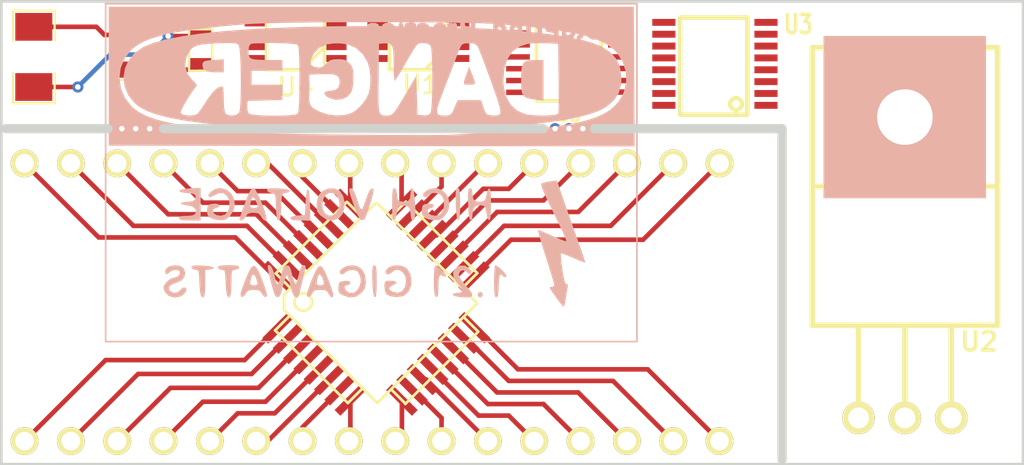
<source format=kicad_pcb>
(kicad_pcb (version 3) (host pcbnew "(2013-07-07 BZR 4022)-stable")

  (general
    (links 35)
    (no_connects 0)
    (area 155.381 115.901612 213.562001 144.632333)
    (thickness 1.6)
    (drawings 13)
    (tracks 129)
    (zones 0)
    (modules 12)
    (nets 36)
  )

  (page A3)
  (layers
    (15 F.Cu signal)
    (0 B.Cu signal)
    (16 B.Adhes user)
    (17 F.Adhes user)
    (18 B.Paste user)
    (19 F.Paste user)
    (20 B.SilkS user)
    (21 F.SilkS user)
    (22 B.Mask user)
    (23 F.Mask user)
    (24 Dwgs.User user)
    (25 Cmts.User user)
    (26 Eco1.User user)
    (27 Eco2.User user)
    (28 Edge.Cuts user)
  )

  (setup
    (last_trace_width 0.254)
    (trace_clearance 0.254)
    (zone_clearance 0)
    (zone_45_only no)
    (trace_min 0.254)
    (segment_width 0.2)
    (edge_width 0.15)
    (via_size 0.889)
    (via_drill 0.635)
    (via_min_size 0.6096)
    (via_min_drill 0.3048)
    (user_via 0.6096 0.3048)
    (user_via 1.524 1.016)
    (uvia_size 0.508)
    (uvia_drill 0.127)
    (uvias_allowed no)
    (uvia_min_size 0.508)
    (uvia_min_drill 0.127)
    (pcb_text_width 0.3)
    (pcb_text_size 1 1)
    (mod_edge_width 0.15)
    (mod_text_size 1 1)
    (mod_text_width 0.15)
    (pad_size 8.89 8.89)
    (pad_drill 3.048)
    (pad_to_mask_clearance 0)
    (aux_axis_origin 0 0)
    (visible_elements 7FFFFFFF)
    (pcbplotparams
      (layerselection 284196865)
      (usegerberextensions true)
      (excludeedgelayer true)
      (linewidth 0.150000)
      (plotframeref false)
      (viasonmask false)
      (mode 1)
      (useauxorigin false)
      (hpglpennumber 1)
      (hpglpenspeed 20)
      (hpglpendiameter 15)
      (hpglpenoverlay 2)
      (psnegative false)
      (psa4output false)
      (plotreference true)
      (plotvalue true)
      (plotothertext true)
      (plotinvisibletext false)
      (padsonsilk false)
      (subtractmaskfromsilk false)
      (outputformat 1)
      (mirror false)
      (drillshape 0)
      (scaleselection 1)
      (outputdirectory gerbers/))
  )

  (net 0 "")
  (net 1 N-000001)
  (net 2 N-0000010)
  (net 3 N-0000011)
  (net 4 N-0000012)
  (net 5 N-0000013)
  (net 6 N-0000014)
  (net 7 N-0000015)
  (net 8 N-0000016)
  (net 9 N-0000017)
  (net 10 N-0000019)
  (net 11 N-000002)
  (net 12 N-0000020)
  (net 13 N-000003)
  (net 14 N-000004)
  (net 15 N-0000040)
  (net 16 N-0000041)
  (net 17 N-0000042)
  (net 18 N-0000043)
  (net 19 N-0000044)
  (net 20 N-0000045)
  (net 21 N-0000046)
  (net 22 N-0000047)
  (net 23 N-0000048)
  (net 24 N-000005)
  (net 25 N-0000056)
  (net 26 N-0000057)
  (net 27 N-0000058)
  (net 28 N-0000059)
  (net 29 N-000006)
  (net 30 N-0000060)
  (net 31 N-0000061)
  (net 32 N-0000062)
  (net 33 N-000007)
  (net 34 N-000008)
  (net 35 N-000009)

  (net_class Default "This is the default net class."
    (clearance 0.254)
    (trace_width 0.254)
    (via_dia 0.889)
    (via_drill 0.635)
    (uvia_dia 0.508)
    (uvia_drill 0.127)
    (add_net "")
    (add_net N-000001)
    (add_net N-0000010)
    (add_net N-0000011)
    (add_net N-0000012)
    (add_net N-0000013)
    (add_net N-0000014)
    (add_net N-0000015)
    (add_net N-0000016)
    (add_net N-0000017)
    (add_net N-0000019)
    (add_net N-000002)
    (add_net N-0000020)
    (add_net N-000003)
    (add_net N-000004)
    (add_net N-0000040)
    (add_net N-0000041)
    (add_net N-0000042)
    (add_net N-0000043)
    (add_net N-0000044)
    (add_net N-0000045)
    (add_net N-0000046)
    (add_net N-0000047)
    (add_net N-0000048)
    (add_net N-000005)
    (add_net N-0000056)
    (add_net N-0000057)
    (add_net N-0000058)
    (add_net N-0000059)
    (add_net N-000006)
    (add_net N-0000060)
    (add_net N-0000061)
    (add_net N-0000062)
    (add_net N-000007)
    (add_net N-000008)
    (add_net N-000009)
  )

  (module TQFP32 (layer F.Cu) (tedit 52E946E2) (tstamp 52E86A47)
    (at 178.054 133.35 45)
    (path /52E869BE)
    (fp_text reference IC1 (at 0 -1.27 45) (layer F.SilkS) hide
      (effects (font (size 1.27 1.016) (thickness 0.2032)))
    )
    (fp_text value ATMEGA168-A (at 0 1.905 45) (layer F.SilkS) hide
      (effects (font (size 1.27 1.016) (thickness 0.2032)))
    )
    (fp_line (start 5.0292 2.7686) (end 3.8862 2.7686) (layer F.SilkS) (width 0.1524))
    (fp_line (start 5.0292 -2.7686) (end 3.9116 -2.7686) (layer F.SilkS) (width 0.1524))
    (fp_line (start 5.0292 2.7686) (end 5.0292 -2.7686) (layer F.SilkS) (width 0.1524))
    (fp_line (start 2.794 3.9624) (end 2.794 5.0546) (layer F.SilkS) (width 0.1524))
    (fp_line (start -2.8194 3.9878) (end -2.8194 5.0546) (layer F.SilkS) (width 0.1524))
    (fp_line (start -2.8448 5.0546) (end 2.794 5.08) (layer F.SilkS) (width 0.1524))
    (fp_line (start -2.794 -5.0292) (end 2.7178 -5.0546) (layer F.SilkS) (width 0.1524))
    (fp_line (start -3.8862 -3.2766) (end -3.8862 3.9116) (layer F.SilkS) (width 0.1524))
    (fp_line (start 2.7432 -5.0292) (end 2.7432 -3.9878) (layer F.SilkS) (width 0.1524))
    (fp_line (start -3.2512 -3.8862) (end 3.81 -3.8862) (layer F.SilkS) (width 0.1524))
    (fp_line (start 3.8608 3.937) (end 3.8608 -3.7846) (layer F.SilkS) (width 0.1524))
    (fp_line (start -3.8862 3.937) (end 3.7338 3.937) (layer F.SilkS) (width 0.1524))
    (fp_line (start -5.0292 -2.8448) (end -5.0292 2.794) (layer F.SilkS) (width 0.1524))
    (fp_line (start -5.0292 2.794) (end -3.8862 2.794) (layer F.SilkS) (width 0.1524))
    (fp_line (start -3.87604 -3.302) (end -3.29184 -3.8862) (layer F.SilkS) (width 0.1524))
    (fp_line (start -5.02412 -2.8448) (end -3.87604 -2.8448) (layer F.SilkS) (width 0.1524))
    (fp_line (start -2.794 -3.8862) (end -2.794 -5.03428) (layer F.SilkS) (width 0.1524))
    (fp_circle (center -2.83972 -2.86004) (end -2.43332 -2.60604) (layer F.SilkS) (width 0.1524))
    (pad 8 smd rect (at -4.81584 2.77622 45) (size 1.99898 0.44958)
      (layers F.Cu F.Paste F.Mask)
      (net 31 N-0000061)
    )
    (pad 7 smd rect (at -4.81584 1.97612 45) (size 1.99898 0.44958)
      (layers F.Cu F.Paste F.Mask)
      (net 30 N-0000060)
    )
    (pad 6 smd rect (at -4.81584 1.17602 45) (size 1.99898 0.44958)
      (layers F.Cu F.Paste F.Mask)
      (net 28 N-0000059)
    )
    (pad 5 smd rect (at -4.81584 0.37592 45) (size 1.99898 0.44958)
      (layers F.Cu F.Paste F.Mask)
      (net 27 N-0000058)
    )
    (pad 4 smd rect (at -4.81584 -0.42418 45) (size 1.99898 0.44958)
      (layers F.Cu F.Paste F.Mask)
      (net 26 N-0000057)
    )
    (pad 3 smd rect (at -4.81584 -1.22428 45) (size 1.99898 0.44958)
      (layers F.Cu F.Paste F.Mask)
      (net 21 N-0000046)
    )
    (pad 2 smd rect (at -4.81584 -2.02438 45) (size 1.99898 0.44958)
      (layers F.Cu F.Paste F.Mask)
      (net 25 N-0000056)
    )
    (pad 1 smd rect (at -4.81584 -2.82448 45) (size 1.99898 0.44958)
      (layers F.Cu F.Paste F.Mask)
      (net 20 N-0000045)
    )
    (pad 24 smd rect (at 4.7498 -2.8194 45) (size 1.99898 0.44958)
      (layers F.Cu F.Paste F.Mask)
      (net 33 N-000007)
    )
    (pad 17 smd rect (at 4.7498 2.794 45) (size 1.99898 0.44958)
      (layers F.Cu F.Paste F.Mask)
      (net 9 N-0000017)
    )
    (pad 18 smd rect (at 4.7498 1.9812 45) (size 1.99898 0.44958)
      (layers F.Cu F.Paste F.Mask)
      (net 11 N-000002)
    )
    (pad 19 smd rect (at 4.7498 1.1684 45) (size 1.99898 0.44958)
      (layers F.Cu F.Paste F.Mask)
      (net 13 N-000003)
    )
    (pad 20 smd rect (at 4.7498 0.381 45) (size 1.99898 0.44958)
      (layers F.Cu F.Paste F.Mask)
      (net 14 N-000004)
    )
    (pad 21 smd rect (at 4.7498 -0.4318 45) (size 1.99898 0.44958)
      (layers F.Cu F.Paste F.Mask)
      (net 24 N-000005)
    )
    (pad 22 smd rect (at 4.7498 -1.2192 45) (size 1.99898 0.44958)
      (layers F.Cu F.Paste F.Mask)
      (net 1 N-000001)
    )
    (pad 23 smd rect (at 4.7498 -2.032 45) (size 1.99898 0.44958)
      (layers F.Cu F.Paste F.Mask)
      (net 29 N-000006)
    )
    (pad 32 smd rect (at -2.82448 -4.826 45) (size 0.44958 1.99898)
      (layers F.Cu F.Paste F.Mask)
      (net 12 N-0000020)
    )
    (pad 31 smd rect (at -2.02692 -4.826 45) (size 0.44958 1.99898)
      (layers F.Cu F.Paste F.Mask)
      (net 10 N-0000019)
    )
    (pad 30 smd rect (at -1.22428 -4.826 45) (size 0.44958 1.99898)
      (layers F.Cu F.Paste F.Mask)
      (net 19 N-0000044)
    )
    (pad 29 smd rect (at -0.42672 -4.826 45) (size 0.44958 1.99898)
      (layers F.Cu F.Paste F.Mask)
      (net 18 N-0000043)
    )
    (pad 28 smd rect (at 0.37592 -4.826 45) (size 0.44958 1.99898)
      (layers F.Cu F.Paste F.Mask)
      (net 17 N-0000042)
    )
    (pad 27 smd rect (at 1.17348 -4.826 45) (size 0.44958 1.99898)
      (layers F.Cu F.Paste F.Mask)
      (net 16 N-0000041)
    )
    (pad 26 smd rect (at 1.97612 -4.826 45) (size 0.44958 1.99898)
      (layers F.Cu F.Paste F.Mask)
      (net 15 N-0000040)
    )
    (pad 25 smd rect (at 2.77368 -4.826 45) (size 0.44958 1.99898)
      (layers F.Cu F.Paste F.Mask)
      (net 34 N-000008)
    )
    (pad 9 smd rect (at -2.8194 4.7752 45) (size 0.44958 1.99898)
      (layers F.Cu F.Paste F.Mask)
      (net 2 N-0000010)
    )
    (pad 10 smd rect (at -2.032 4.7752 45) (size 0.44958 1.99898)
      (layers F.Cu F.Paste F.Mask)
      (net 3 N-0000011)
    )
    (pad 11 smd rect (at -1.2192 4.7752 45) (size 0.44958 1.99898)
      (layers F.Cu F.Paste F.Mask)
      (net 4 N-0000012)
    )
    (pad 12 smd rect (at -0.4318 4.7752 45) (size 0.44958 1.99898)
      (layers F.Cu F.Paste F.Mask)
      (net 5 N-0000013)
    )
    (pad 13 smd rect (at 0.3556 4.7752 45) (size 0.44958 1.99898)
      (layers F.Cu F.Paste F.Mask)
      (net 35 N-000009)
    )
    (pad 14 smd rect (at 1.1684 4.7752 45) (size 0.44958 1.99898)
      (layers F.Cu F.Paste F.Mask)
      (net 6 N-0000014)
    )
    (pad 15 smd rect (at 1.9812 4.7752 45) (size 0.44958 1.99898)
      (layers F.Cu F.Paste F.Mask)
      (net 7 N-0000015)
    )
    (pad 16 smd rect (at 2.794 4.7752 45) (size 0.44958 1.99898)
      (layers F.Cu F.Paste F.Mask)
      (net 8 N-0000016)
    )
    (model smd/tqfp32.wrl
      (at (xyz 0 0 0))
      (scale (xyz 1 1 1))
      (rotate (xyz 0 0 0))
    )
  )

  (module SM1206 (layer F.Cu) (tedit 52E94686) (tstamp 52E86A64)
    (at 159.258 119.888 90)
    (path /52E857C4)
    (attr smd)
    (fp_text reference R1 (at 0 0 90) (layer F.SilkS) hide
      (effects (font (size 0.762 0.762) (thickness 0.127)))
    )
    (fp_text value R (at 0 0 90) (layer F.SilkS) hide
      (effects (font (size 0.762 0.762) (thickness 0.127)))
    )
    (fp_line (start -2.54 -1.143) (end -2.54 1.143) (layer F.SilkS) (width 0.127))
    (fp_line (start -2.54 1.143) (end -0.889 1.143) (layer F.SilkS) (width 0.127))
    (fp_line (start 0.889 -1.143) (end 2.54 -1.143) (layer F.SilkS) (width 0.127))
    (fp_line (start 2.54 -1.143) (end 2.54 1.143) (layer F.SilkS) (width 0.127))
    (fp_line (start 2.54 1.143) (end 0.889 1.143) (layer F.SilkS) (width 0.127))
    (fp_line (start -0.889 -1.143) (end -2.54 -1.143) (layer F.SilkS) (width 0.127))
    (pad 1 smd rect (at -1.651 0 90) (size 1.524 2.032)
      (layers F.Cu F.Paste F.Mask)
      (net 32 N-0000062)
    )
    (pad 2 smd rect (at 1.651 0 90) (size 1.524 2.032)
      (layers F.Cu F.Paste F.Mask)
      (net 23 N-0000048)
    )
    (model smd/chip_cms.wrl
      (at (xyz 0 0 0))
      (scale (xyz 0.17 0.16 0.16))
      (rotate (xyz 0 0 0))
    )
  )

  (module SM0805 (layer F.Cu) (tedit 52E9466A) (tstamp 52E86A71)
    (at 164.338 119.634 270)
    (path /52E857E2)
    (attr smd)
    (fp_text reference L1 (at 0 -0.3175 270) (layer F.SilkS) hide
      (effects (font (size 0.50038 0.50038) (thickness 0.10922)))
    )
    (fp_text value INDUCTOR (at 0 1.524 270) (layer F.SilkS) hide
      (effects (font (size 0.50038 0.50038) (thickness 0.10922)))
    )
    (fp_circle (center -1.651 0.762) (end -1.651 0.635) (layer F.SilkS) (width 0.09906))
    (fp_line (start -0.508 0.762) (end -1.524 0.762) (layer F.SilkS) (width 0.09906))
    (fp_line (start -1.524 0.762) (end -1.524 -0.762) (layer F.SilkS) (width 0.09906))
    (fp_line (start -1.524 -0.762) (end -0.508 -0.762) (layer F.SilkS) (width 0.09906))
    (fp_line (start 0.508 -0.762) (end 1.524 -0.762) (layer F.SilkS) (width 0.09906))
    (fp_line (start 1.524 -0.762) (end 1.524 0.762) (layer F.SilkS) (width 0.09906))
    (fp_line (start 1.524 0.762) (end 0.508 0.762) (layer F.SilkS) (width 0.09906))
    (pad 1 smd rect (at -0.9525 0 270) (size 0.889 1.397)
      (layers F.Cu F.Paste F.Mask)
      (net 23 N-0000048)
    )
    (pad 2 smd rect (at 0.9525 0 270) (size 0.889 1.397)
      (layers F.Cu F.Paste F.Mask)
      (net 22 N-0000047)
    )
    (model smd/chip_cms.wrl
      (at (xyz 0 0 0))
      (scale (xyz 0.1 0.1 0.1))
      (rotate (xyz 0 0 0))
    )
  )

  (module SM0603 (layer F.Cu) (tedit 52E9467E) (tstamp 52E86A7B)
    (at 168.402 119.507 270)
    (path /52E857D3)
    (attr smd)
    (fp_text reference C1 (at 0 0 270) (layer F.SilkS) hide
      (effects (font (size 0.508 0.4572) (thickness 0.1143)))
    )
    (fp_text value C (at 0 0 270) (layer F.SilkS) hide
      (effects (font (size 0.508 0.4572) (thickness 0.1143)))
    )
    (fp_line (start -1.143 -0.635) (end 1.143 -0.635) (layer F.SilkS) (width 0.127))
    (fp_line (start 1.143 -0.635) (end 1.143 0.635) (layer F.SilkS) (width 0.127))
    (fp_line (start 1.143 0.635) (end -1.143 0.635) (layer F.SilkS) (width 0.127))
    (fp_line (start -1.143 0.635) (end -1.143 -0.635) (layer F.SilkS) (width 0.127))
    (pad 1 smd rect (at -0.762 0 270) (size 0.635 1.143)
      (layers F.Cu F.Paste F.Mask)
      (net 32 N-0000062)
    )
    (pad 2 smd rect (at 0.762 0 270) (size 0.635 1.143)
      (layers F.Cu F.Paste F.Mask)
      (net 22 N-0000047)
    )
    (model smd\resistors\R0603.wrl
      (at (xyz 0 0 0.001))
      (scale (xyz 0.5 0.5 0.5))
      (rotate (xyz 0 0 0))
    )
  )

  (module MSOP_8 (layer F.Cu) (tedit 52E9469C) (tstamp 52E86A8C)
    (at 180.34 118.999 90)
    (path /52E85A7A)
    (fp_text reference U1 (at -2.413 0.127 180) (layer F.SilkS)
      (effects (font (size 1.00076 1.00076) (thickness 0.1524)))
    )
    (fp_text value LM741 (at 0 -0.762 90) (layer F.SilkS) hide
      (effects (font (size 1.00076 1.00076) (thickness 0.127)))
    )
    (fp_line (start -0.3175 1.5875) (end -1.5875 0.381) (layer F.SilkS) (width 0.2032))
    (fp_line (start -1.5875 1.5875) (end 1.5875 1.5875) (layer F.SilkS) (width 0.2032))
    (fp_line (start 1.5875 1.5875) (end 1.5875 -1.5875) (layer F.SilkS) (width 0.2032))
    (fp_line (start 1.5875 -1.5875) (end -1.5875 -1.5875) (layer F.SilkS) (width 0.2032))
    (fp_line (start -1.5875 -1.5875) (end -1.5875 1.5875) (layer F.SilkS) (width 0.2032))
    (pad 1 smd rect (at -0.97536 2.159 90) (size 0.381 1.27)
      (layers F.Cu F.Paste F.Mask)
    )
    (pad 2 smd rect (at -0.32512 2.159 90) (size 0.381 1.27)
      (layers F.Cu F.Paste F.Mask)
    )
    (pad 3 smd rect (at 0.32512 2.159 90) (size 0.381 1.27)
      (layers F.Cu F.Paste F.Mask)
    )
    (pad 4 smd rect (at 0.97536 2.159 90) (size 0.381 1.27)
      (layers F.Cu F.Paste F.Mask)
    )
    (pad 5 smd rect (at 0.97536 -2.159 90) (size 0.381 1.27)
      (layers F.Cu F.Paste F.Mask)
    )
    (pad 6 smd rect (at 0.32512 -2.159 90) (size 0.381 1.27)
      (layers F.Cu F.Paste F.Mask)
    )
    (pad 7 smd rect (at -0.32512 -2.159 90) (size 0.381 1.27)
      (layers F.Cu F.Paste F.Mask)
    )
    (pad 8 smd rect (at -0.97536 -2.159 90) (size 0.381 1.27)
      (layers F.Cu F.Paste F.Mask)
    )
    (model smd/MSOP_8.wrl
      (at (xyz 0 0 0.001))
      (scale (xyz 0.3937 0.3937 0.3937))
      (rotate (xyz 0 0 0))
    )
  )

  (module TSSOP16 (layer F.Cu) (tedit 52E946B5) (tstamp 52E9341A)
    (at 196.596 120.269 90)
    (path /52E93970)
    (attr smd)
    (fp_text reference U3 (at 2.159 4.572 180) (layer F.SilkS)
      (effects (font (size 1.016 0.762) (thickness 0.1905)))
    )
    (fp_text value LM2902N (at 0.24892 0.7493 90) (layer F.SilkS) hide
      (effects (font (size 0.762 0.762) (thickness 0.1905)))
    )
    (fp_line (start -2.794 -1.905) (end 2.54 -1.905) (layer F.SilkS) (width 0.254))
    (fp_line (start 2.54 -1.905) (end 2.54 1.778) (layer F.SilkS) (width 0.254))
    (fp_line (start 2.54 1.778) (end -2.794 1.778) (layer F.SilkS) (width 0.254))
    (fp_line (start -2.794 1.778) (end -2.794 -1.905) (layer F.SilkS) (width 0.254))
    (fp_circle (center -2.20218 1.15824) (end -2.40538 1.41224) (layer F.SilkS) (width 0.254))
    (pad 1 smd rect (at -2.27584 2.79908 90) (size 0.381 1.27)
      (layers F.Cu F.Paste F.Mask)
    )
    (pad 2 smd rect (at -1.6256 2.79908 90) (size 0.381 1.27)
      (layers F.Cu F.Paste F.Mask)
    )
    (pad 3 smd rect (at -0.97536 2.79908 90) (size 0.381 1.27)
      (layers F.Cu F.Paste F.Mask)
    )
    (pad 4 smd rect (at -0.32512 2.79908 90) (size 0.381 1.27)
      (layers F.Cu F.Paste F.Mask)
    )
    (pad 5 smd rect (at 0.32512 2.79908 90) (size 0.381 1.27)
      (layers F.Cu F.Paste F.Mask)
    )
    (pad 6 smd rect (at 0.97536 2.79908 90) (size 0.381 1.27)
      (layers F.Cu F.Paste F.Mask)
    )
    (pad 7 smd rect (at 1.6256 2.79908 90) (size 0.381 1.27)
      (layers F.Cu F.Paste F.Mask)
    )
    (pad 8 smd rect (at 2.27584 2.79908 90) (size 0.381 1.27)
      (layers F.Cu F.Paste F.Mask)
    )
    (pad 9 smd rect (at 2.27584 -2.79908 90) (size 0.381 1.27)
      (layers F.Cu F.Paste F.Mask)
    )
    (pad 10 smd rect (at 1.6256 -2.79908 90) (size 0.381 1.27)
      (layers F.Cu F.Paste F.Mask)
    )
    (pad 11 smd rect (at 0.97536 -2.79908 90) (size 0.381 1.27)
      (layers F.Cu F.Paste F.Mask)
    )
    (pad 12 smd rect (at 0.32512 -2.79908 90) (size 0.381 1.27)
      (layers F.Cu F.Paste F.Mask)
    )
    (pad 13 smd rect (at -0.32512 -2.79908 90) (size 0.381 1.27)
      (layers F.Cu F.Paste F.Mask)
    )
    (pad 14 smd rect (at -0.97536 -2.79908 90) (size 0.381 1.27)
      (layers F.Cu F.Paste F.Mask)
    )
    (pad 15 smd rect (at -1.6256 -2.79908 90) (size 0.381 1.27)
      (layers F.Cu F.Paste F.Mask)
    )
    (pad 16 smd rect (at -2.27584 -2.79908 90) (size 0.381 1.27)
      (layers F.Cu F.Paste F.Mask)
    )
    (model smd\smd_dil\tssop-16.wrl
      (at (xyz 0 0 0))
      (scale (xyz 1 1 1))
      (rotate (xyz 0 0 0))
    )
  )

  (module 7805 (layer F.Cu) (tedit 52E946C6) (tstamp 52E94832)
    (at 207.01 139.7 90)
    (descr "Transistor TO 220")
    (tags "TR TO220 DEV")
    (path /52E9411F)
    (fp_text reference U2 (at 4.191 4.064 180) (layer F.SilkS)
      (effects (font (size 1.016 1.016) (thickness 0.2032)))
    )
    (fp_text value 7805 (at 10.795 0 180) (layer F.SilkS) hide
      (effects (font (size 1.016 1.016) (thickness 0.2032)))
    )
    (fp_line (start 0 -2.54) (end 5.08 -2.54) (layer F.SilkS) (width 0.3048))
    (fp_line (start 0 0) (end 5.08 0) (layer F.SilkS) (width 0.3048))
    (fp_line (start 0 2.54) (end 5.08 2.54) (layer F.SilkS) (width 0.3048))
    (fp_line (start 5.08 5.08) (end 20.32 5.08) (layer F.SilkS) (width 0.3048))
    (fp_line (start 20.32 5.08) (end 20.32 -5.08) (layer F.SilkS) (width 0.3048))
    (fp_line (start 20.32 -5.08) (end 5.08 -5.08) (layer F.SilkS) (width 0.3048))
    (fp_line (start 5.08 -5.08) (end 5.08 5.08) (layer F.SilkS) (width 0.3048))
    (fp_line (start 12.7 3.81) (end 12.7 -5.08) (layer F.SilkS) (width 0.3048))
    (fp_line (start 12.7 3.81) (end 12.7 5.08) (layer F.SilkS) (width 0.3048))
    (pad VO thru_hole circle (at 0 2.54 90) (size 1.778 1.778) (drill 1.143)
      (layers *.Cu *.Mask F.SilkS)
    )
    (pad VI thru_hole circle (at 0 -2.54 90) (size 1.778 1.778) (drill 1.143)
      (layers *.Cu *.Mask F.SilkS)
    )
    (pad GND thru_hole circle (at 0 0 90) (size 1.778 1.778) (drill 1.143)
      (layers *.Cu *.Mask F.SilkS)
    )
    (pad GND thru_hole rect (at 16.51 0 90) (size 8.89 8.89) (drill 3.048)
      (layers *.Cu *.SilkS *.Mask)
    )
    (model discret/to220_horiz.wrl
      (at (xyz 0 0 0))
      (scale (xyz 1 1 1))
      (rotate (xyz 0 0 0))
    )
  )

  (module MSOP_8 (layer F.Cu) (tedit 52E94673) (tstamp 52E94843)
    (at 173.609 118.999 90)
    (path /52E942F1)
    (fp_text reference U4 (at -2.54 0 180) (layer F.SilkS)
      (effects (font (size 1.00076 1.00076) (thickness 0.1524)))
    )
    (fp_text value LM741 (at 0 -0.762 90) (layer F.SilkS) hide
      (effects (font (size 1.00076 1.00076) (thickness 0.127)))
    )
    (fp_line (start -0.3175 1.5875) (end -1.5875 0.381) (layer F.SilkS) (width 0.2032))
    (fp_line (start -1.5875 1.5875) (end 1.5875 1.5875) (layer F.SilkS) (width 0.2032))
    (fp_line (start 1.5875 1.5875) (end 1.5875 -1.5875) (layer F.SilkS) (width 0.2032))
    (fp_line (start 1.5875 -1.5875) (end -1.5875 -1.5875) (layer F.SilkS) (width 0.2032))
    (fp_line (start -1.5875 -1.5875) (end -1.5875 1.5875) (layer F.SilkS) (width 0.2032))
    (pad 1 smd rect (at -0.97536 2.159 90) (size 0.381 1.27)
      (layers F.Cu F.Paste F.Mask)
    )
    (pad 2 smd rect (at -0.32512 2.159 90) (size 0.381 1.27)
      (layers F.Cu F.Paste F.Mask)
    )
    (pad 3 smd rect (at 0.32512 2.159 90) (size 0.381 1.27)
      (layers F.Cu F.Paste F.Mask)
    )
    (pad 4 smd rect (at 0.97536 2.159 90) (size 0.381 1.27)
      (layers F.Cu F.Paste F.Mask)
    )
    (pad 5 smd rect (at 0.97536 -2.159 90) (size 0.381 1.27)
      (layers F.Cu F.Paste F.Mask)
    )
    (pad 6 smd rect (at 0.32512 -2.159 90) (size 0.381 1.27)
      (layers F.Cu F.Paste F.Mask)
    )
    (pad 7 smd rect (at -0.32512 -2.159 90) (size 0.381 1.27)
      (layers F.Cu F.Paste F.Mask)
    )
    (pad 8 smd rect (at -0.97536 -2.159 90) (size 0.381 1.27)
      (layers F.Cu F.Paste F.Mask)
    )
    (model smd/MSOP_8.wrl
      (at (xyz 0 0 0.001))
      (scale (xyz 0.3937 0.3937 0.3937))
      (rotate (xyz 0 0 0))
    )
  )

  (module TSSOP14 (layer F.Cu) (tedit 52E946B9) (tstamp 52E948AF)
    (at 188.595 119.888 90)
    (path /52E944EC)
    (attr smd)
    (fp_text reference U5 (at -3.175 0 180) (layer F.SilkS)
      (effects (font (size 0.762 0.635) (thickness 0.16002)))
    )
    (fp_text value TLC274 (at 0 0.508 90) (layer F.SilkS) hide
      (effects (font (size 0.762 0.762) (thickness 0.16002)))
    )
    (fp_line (start -2.413 -1.778) (end 2.413 -1.778) (layer F.SilkS) (width 0.2032))
    (fp_line (start 2.413 -1.778) (end 2.413 1.778) (layer F.SilkS) (width 0.2032))
    (fp_line (start 2.413 1.778) (end -2.413 1.778) (layer F.SilkS) (width 0.2032))
    (fp_line (start -2.413 1.778) (end -2.413 -1.778) (layer F.SilkS) (width 0.2032))
    (fp_circle (center -1.778 1.143) (end -2.159 1.143) (layer F.SilkS) (width 0.2032))
    (pad 1 smd rect (at -1.9304 2.794 90) (size 0.29972 1.30048)
      (layers F.Cu F.Paste F.Mask)
    )
    (pad 2 smd rect (at -1.2954 2.794 90) (size 0.29972 1.30048)
      (layers F.Cu F.Paste F.Mask)
    )
    (pad 3 smd rect (at -0.635 2.794 90) (size 0.29972 1.30048)
      (layers F.Cu F.Paste F.Mask)
    )
    (pad 4 smd rect (at 0 2.794 90) (size 0.29972 1.30048)
      (layers F.Cu F.Paste F.Mask)
    )
    (pad 5 smd rect (at 0.6604 2.794 90) (size 0.29972 1.30048)
      (layers F.Cu F.Paste F.Mask)
    )
    (pad 6 smd rect (at 1.3081 2.794 90) (size 0.29972 1.30048)
      (layers F.Cu F.Paste F.Mask)
    )
    (pad 7 smd rect (at 1.9558 2.794 90) (size 0.29972 1.30048)
      (layers F.Cu F.Paste F.Mask)
    )
    (pad 8 smd rect (at 1.9558 -2.794 90) (size 0.29972 1.30048)
      (layers F.Cu F.Paste F.Mask)
    )
    (pad 9 smd rect (at 1.3081 -2.794 90) (size 0.29972 1.30048)
      (layers F.Cu F.Paste F.Mask)
    )
    (pad 10 smd rect (at 0.6604 -2.794 90) (size 0.29972 1.30048)
      (layers F.Cu F.Paste F.Mask)
    )
    (pad 11 smd rect (at 0 -2.794 90) (size 0.29972 1.30048)
      (layers F.Cu F.Paste F.Mask)
    )
    (pad 12 smd rect (at -0.6477 -2.794 90) (size 0.29972 1.30048)
      (layers F.Cu F.Paste F.Mask)
    )
    (pad 13 smd rect (at -1.2954 -2.794 90) (size 0.29972 1.30048)
      (layers F.Cu F.Paste F.Mask)
    )
    (pad 14 smd rect (at -1.9431 -2.794 90) (size 0.29972 1.30048)
      (layers F.Cu F.Paste F.Mask)
    )
    (model smd\smd_dil\tssop-14.wrl
      (at (xyz 0 0 0))
      (scale (xyz 1 1 1))
      (rotate (xyz 0 0 0))
    )
  )

  (module CONN16 (layer F.Cu) (tedit 52E945EC) (tstamp 52E94A27)
    (at 158.75 140.97 90)
    (path /52E92D79)
    (fp_text reference J2 (at 0 -2.54 90) (layer F.SilkS) hide
      (effects (font (size 1 1) (thickness 0.15)))
    )
    (fp_text value CONN16 (at 0 40.64 90) (layer F.SilkS) hide
      (effects (font (size 1 1) (thickness 0.15)))
    )
    (pad 1 thru_hole circle (at 0 0 90) (size 1.524 1.524) (drill 1.016)
      (layers *.Cu *.Mask F.SilkS)
      (net 20 N-0000045)
    )
    (pad 2 thru_hole circle (at 0 2.54 90) (size 1.524 1.524) (drill 1.016)
      (layers *.Cu *.Mask F.SilkS)
      (net 25 N-0000056)
    )
    (pad 3 thru_hole circle (at 0 5.08 90) (size 1.524 1.524) (drill 1.016)
      (layers *.Cu *.Mask F.SilkS)
      (net 21 N-0000046)
    )
    (pad 4 thru_hole circle (at 0 7.62 90) (size 1.524 1.524) (drill 1.016)
      (layers *.Cu *.Mask F.SilkS)
      (net 26 N-0000057)
    )
    (pad 5 thru_hole circle (at 0 10.16 90) (size 1.524 1.524) (drill 1.016)
      (layers *.Cu *.Mask F.SilkS)
      (net 27 N-0000058)
    )
    (pad 6 thru_hole circle (at 0 12.7 90) (size 1.524 1.524) (drill 1.016)
      (layers *.Cu *.Mask F.SilkS)
      (net 28 N-0000059)
    )
    (pad 7 thru_hole circle (at 0 15.24 90) (size 1.524 1.524) (drill 1.016)
      (layers *.Cu *.Mask F.SilkS)
      (net 30 N-0000060)
    )
    (pad 8 thru_hole circle (at 0 17.78 90) (size 1.524 1.524) (drill 1.016)
      (layers *.Cu *.Mask F.SilkS)
      (net 31 N-0000061)
    )
    (pad 9 thru_hole circle (at 0 20.32 90) (size 1.524 1.524) (drill 1.016)
      (layers *.Cu *.Mask F.SilkS)
      (net 2 N-0000010)
    )
    (pad 10 thru_hole circle (at 0 22.86 90) (size 1.524 1.524) (drill 1.016)
      (layers *.Cu *.Mask F.SilkS)
      (net 3 N-0000011)
    )
    (pad 11 thru_hole circle (at 0 25.4 90) (size 1.524 1.524) (drill 1.016)
      (layers *.Cu *.Mask F.SilkS)
      (net 4 N-0000012)
    )
    (pad 12 thru_hole circle (at 0 27.94 90) (size 1.524 1.524) (drill 1.016)
      (layers *.Cu *.Mask F.SilkS)
      (net 5 N-0000013)
    )
    (pad 13 thru_hole circle (at 0 30.48 90) (size 1.524 1.524) (drill 1.016)
      (layers *.Cu *.Mask F.SilkS)
      (net 35 N-000009)
    )
    (pad 14 thru_hole circle (at 0 33.02 90) (size 1.524 1.524) (drill 1.016)
      (layers *.Cu *.Mask F.SilkS)
      (net 6 N-0000014)
    )
    (pad 15 thru_hole circle (at 0 35.56 90) (size 1.524 1.524) (drill 1.016)
      (layers *.Cu *.Mask F.SilkS)
      (net 7 N-0000015)
    )
    (pad 16 thru_hole circle (at 0 38.1 90) (size 1.524 1.524) (drill 1.016)
      (layers *.Cu *.Mask F.SilkS)
      (net 8 N-0000016)
    )
  )

  (module CONN16 (layer F.Cu) (tedit 52E945EC) (tstamp 52E94A3B)
    (at 196.85 125.73 270)
    (path /52E92DB2)
    (fp_text reference J1 (at 0 -2.54 270) (layer F.SilkS) hide
      (effects (font (size 1 1) (thickness 0.15)))
    )
    (fp_text value CONN16 (at 0 40.64 270) (layer F.SilkS) hide
      (effects (font (size 1 1) (thickness 0.15)))
    )
    (pad 1 thru_hole circle (at 0 0 270) (size 1.524 1.524) (drill 1.016)
      (layers *.Cu *.Mask F.SilkS)
      (net 9 N-0000017)
    )
    (pad 2 thru_hole circle (at 0 2.54 270) (size 1.524 1.524) (drill 1.016)
      (layers *.Cu *.Mask F.SilkS)
      (net 11 N-000002)
    )
    (pad 3 thru_hole circle (at 0 5.08 270) (size 1.524 1.524) (drill 1.016)
      (layers *.Cu *.Mask F.SilkS)
      (net 13 N-000003)
    )
    (pad 4 thru_hole circle (at 0 7.62 270) (size 1.524 1.524) (drill 1.016)
      (layers *.Cu *.Mask F.SilkS)
      (net 14 N-000004)
    )
    (pad 5 thru_hole circle (at 0 10.16 270) (size 1.524 1.524) (drill 1.016)
      (layers *.Cu *.Mask F.SilkS)
      (net 24 N-000005)
    )
    (pad 6 thru_hole circle (at 0 12.7 270) (size 1.524 1.524) (drill 1.016)
      (layers *.Cu *.Mask F.SilkS)
      (net 1 N-000001)
    )
    (pad 7 thru_hole circle (at 0 15.24 270) (size 1.524 1.524) (drill 1.016)
      (layers *.Cu *.Mask F.SilkS)
      (net 29 N-000006)
    )
    (pad 8 thru_hole circle (at 0 17.78 270) (size 1.524 1.524) (drill 1.016)
      (layers *.Cu *.Mask F.SilkS)
      (net 33 N-000007)
    )
    (pad 9 thru_hole circle (at 0 20.32 270) (size 1.524 1.524) (drill 1.016)
      (layers *.Cu *.Mask F.SilkS)
      (net 34 N-000008)
    )
    (pad 10 thru_hole circle (at 0 22.86 270) (size 1.524 1.524) (drill 1.016)
      (layers *.Cu *.Mask F.SilkS)
      (net 15 N-0000040)
    )
    (pad 11 thru_hole circle (at 0 25.4 270) (size 1.524 1.524) (drill 1.016)
      (layers *.Cu *.Mask F.SilkS)
      (net 16 N-0000041)
    )
    (pad 12 thru_hole circle (at 0 27.94 270) (size 1.524 1.524) (drill 1.016)
      (layers *.Cu *.Mask F.SilkS)
      (net 17 N-0000042)
    )
    (pad 13 thru_hole circle (at 0 30.48 270) (size 1.524 1.524) (drill 1.016)
      (layers *.Cu *.Mask F.SilkS)
      (net 18 N-0000043)
    )
    (pad 14 thru_hole circle (at 0 33.02 270) (size 1.524 1.524) (drill 1.016)
      (layers *.Cu *.Mask F.SilkS)
      (net 19 N-0000044)
    )
    (pad 15 thru_hole circle (at 0 35.56 270) (size 1.524 1.524) (drill 1.016)
      (layers *.Cu *.Mask F.SilkS)
      (net 10 N-0000019)
    )
    (pad 16 thru_hole circle (at 0 38.1 270) (size 1.524 1.524) (drill 1.016)
      (layers *.Cu *.Mask F.SilkS)
      (net 12 N-0000020)
    )
  )

  (module GRP_NAME_BACK (layer F.Cu) (tedit 0) (tstamp 52E9A38F)
    (at 177.8 126.238)
    (fp_text reference VAL (at 0 0) (layer F.SilkS) hide
      (effects (font (size 1.143 1.143) (thickness 0.1778)))
    )
    (fp_text value GRP_NAME_BACK (at 0 0) (layer F.SilkS) hide
      (effects (font (size 1.143 1.143) (thickness 0.1778)))
    )
    (fp_poly (pts (xy -14.64818 9.31418) (xy -14.56182 9.31418) (xy -14.56182 9.23036) (xy -14.56182 0)
      (xy -14.56182 -9.22782) (xy -0.04318 -9.22782) (xy 14.478 -9.22782) (xy 14.478 0)
      (xy 14.478 9.23036) (xy -0.04318 9.23036) (xy -14.56182 9.23036) (xy -14.56182 9.31418)
      (xy -0.04318 9.31418) (xy 14.56182 9.31418) (xy 14.56182 0) (xy 14.56182 -9.31164)
      (xy -0.04318 -9.31164) (xy -14.64818 -9.31164) (xy -14.64818 0) (xy -14.64818 9.31418)
      (xy -14.64818 9.31418)) (layer B.SilkS) (width 0.00254))
    (fp_poly (pts (xy 9.09574 3.15214) (xy 9.11098 3.2385) (xy 9.1694 3.46202) (xy 9.26592 3.79222)
      (xy 9.39292 4.2037) (xy 9.525 4.62026) (xy 9.67486 5.09016) (xy 9.8044 5.50672)
      (xy 9.906 5.84454) (xy 9.9695 6.0706) (xy 9.98982 6.1595) (xy 9.92378 6.25348)
      (xy 9.86282 6.26618) (xy 9.75106 6.29158) (xy 9.73582 6.3119) (xy 9.78408 6.40842)
      (xy 9.90092 6.5913) (xy 10.06094 6.81736) (xy 10.23112 7.0485) (xy 10.38352 7.24154)
      (xy 10.48512 7.3533) (xy 10.50544 7.366) (xy 10.54608 7.2898) (xy 10.5918 7.09422)
      (xy 10.61974 6.9215) (xy 10.66292 6.62686) (xy 10.7061 6.37286) (xy 10.72642 6.28396)
      (xy 10.7315 6.13664) (xy 10.66292 6.11378) (xy 10.59942 6.0706) (xy 10.53846 5.90042)
      (xy 10.47496 5.588) (xy 10.43178 5.3086) (xy 10.38352 4.953) (xy 10.35558 4.66344)
      (xy 10.34542 4.48056) (xy 10.35304 4.43738) (xy 10.44194 4.45262) (xy 10.64514 4.52374)
      (xy 10.92708 4.64312) (xy 11.03884 4.69138) (xy 11.33094 4.81838) (xy 11.55446 4.89966)
      (xy 11.67384 4.92506) (xy 11.684 4.91998) (xy 11.65606 4.82092) (xy 11.5824 4.58978)
      (xy 11.4681 4.2545) (xy 11.32332 3.84302) (xy 11.1887 3.46202) (xy 11.00074 2.93116)
      (xy 10.8077 2.37998) (xy 10.62482 1.86436) (xy 10.47496 1.43002) (xy 10.414 1.25222)
      (xy 10.1346 0.42926) (xy 9.74598 0.48006) (xy 9.49452 0.52578) (xy 9.31418 0.58166)
      (xy 9.27354 0.60452) (xy 9.28116 0.70866) (xy 9.36752 0.94742) (xy 9.525 1.31572)
      (xy 9.75106 1.79832) (xy 9.94664 2.19964) (xy 10.17524 2.66446) (xy 10.37082 3.07594)
      (xy 10.52322 3.41122) (xy 10.62228 3.64744) (xy 10.65784 3.7592) (xy 10.65784 3.76428)
      (xy 10.5664 3.75158) (xy 10.35812 3.67792) (xy 10.06856 3.556) (xy 9.87044 3.46456)
      (xy 9.5504 3.31978) (xy 9.29386 3.2131) (xy 9.13384 3.15468) (xy 9.09574 3.15214)
      (xy 9.09574 3.15214)) (layer B.SilkS) (width 0.00254))
    (fp_poly (pts (xy 6.68782 5.969) (xy 6.69544 6.4008) (xy 6.71576 6.6802) (xy 6.7564 6.82244)
      (xy 6.8199 6.85038) (xy 6.88594 6.80212) (xy 6.91388 6.69544) (xy 6.9342 6.46684)
      (xy 6.94182 6.16966) (xy 6.94182 6.16712) (xy 6.9596 5.82168) (xy 7.00532 5.6261)
      (xy 7.07898 5.59054) (xy 7.15518 5.67436) (xy 7.25932 5.7531) (xy 7.35076 5.72262)
      (xy 7.366 5.6642) (xy 7.30758 5.55244) (xy 7.16534 5.38988) (xy 6.98754 5.22224)
      (xy 6.8326 5.1054) (xy 6.76402 5.08) (xy 6.73354 5.15874) (xy 6.70814 5.3721)
      (xy 6.6929 5.68452) (xy 6.68782 5.969) (xy 6.68782 5.969)) (layer B.SilkS) (width 0.00254))
    (fp_poly (pts (xy 5.78612 6.71322) (xy 5.84708 6.8326) (xy 5.92582 6.858) (xy 6.03504 6.79704)
      (xy 6.0579 6.76656) (xy 6.06806 6.63702) (xy 5.97916 6.55066) (xy 5.85724 6.56082)
      (xy 5.83184 6.58114) (xy 5.78612 6.71322) (xy 5.78612 6.71322)) (layer B.SilkS) (width 0.00254))
    (fp_poly (pts (xy 4.42468 6.71068) (xy 4.51866 6.7691) (xy 4.7244 6.81482) (xy 4.98094 6.8453)
      (xy 5.22478 6.85038) (xy 5.40258 6.82752) (xy 5.44322 6.80466) (xy 5.49148 6.72846)
      (xy 5.4737 6.6294) (xy 5.37464 6.477) (xy 5.17398 6.23824) (xy 5.1181 6.17474)
      (xy 4.87426 5.86486) (xy 4.7625 5.63372) (xy 4.75742 5.56006) (xy 4.84632 5.3975)
      (xy 5.0038 5.35178) (xy 5.17144 5.43306) (xy 5.207 5.47624) (xy 5.3213 5.5753)
      (xy 5.4229 5.53466) (xy 5.46354 5.43052) (xy 5.37464 5.29082) (xy 5.34162 5.2578)
      (xy 5.08762 5.1054) (xy 4.80822 5.10794) (xy 4.56438 5.2578) (xy 4.43992 5.4864)
      (xy 4.47548 5.75564) (xy 4.67614 6.06552) (xy 4.75742 6.15188) (xy 4.92506 6.37032)
      (xy 4.9403 6.5151) (xy 4.80314 6.5913) (xy 4.64566 6.604) (xy 4.46024 6.63448)
      (xy 4.42468 6.71068) (xy 4.42468 6.71068)) (layer B.SilkS) (width 0.00254))
    (fp_poly (pts (xy 3.38582 5.92328) (xy 3.39598 6.3754) (xy 3.42646 6.67258) (xy 3.4798 6.81736)
      (xy 3.55854 6.82498) (xy 3.58648 6.79958) (xy 3.61442 6.6929) (xy 3.63474 6.46684)
      (xy 3.63982 6.223) (xy 3.64998 5.89026) (xy 3.683 5.69976) (xy 3.75158 5.63118)
      (xy 3.86842 5.65912) (xy 3.90652 5.67944) (xy 4.0386 5.72008) (xy 4.06146 5.66166)
      (xy 3.9878 5.52958) (xy 3.82016 5.34416) (xy 3.80238 5.32638) (xy 3.62204 5.17398)
      (xy 3.48996 5.08762) (xy 3.46202 5.08) (xy 3.43154 5.15874) (xy 3.40614 5.3721)
      (xy 3.3909 5.67944) (xy 3.38582 5.92328) (xy 3.38582 5.92328)) (layer B.SilkS) (width 0.00254))
    (fp_poly (pts (xy 0.67818 6.25602) (xy 0.70866 6.49986) (xy 0.7874 6.67258) (xy 0.80264 6.68528)
      (xy 1.0287 6.78942) (xy 1.33604 6.82498) (xy 1.6383 6.79196) (xy 1.79324 6.73354)
      (xy 2.01168 6.52272) (xy 2.13614 6.22046) (xy 2.16154 5.87756) (xy 2.09296 5.54736)
      (xy 1.92278 5.27812) (xy 1.8415 5.20954) (xy 1.56972 5.10032) (xy 1.25476 5.08762)
      (xy 0.96774 5.16636) (xy 0.84328 5.25272) (xy 0.73152 5.4229) (xy 0.75184 5.54482)
      (xy 0.88392 5.588) (xy 1.0287 5.52958) (xy 1.09982 5.461) (xy 1.29032 5.33654)
      (xy 1.4986 5.3467) (xy 1.68656 5.4737) (xy 1.82118 5.6896) (xy 1.86182 5.93598)
      (xy 1.80594 6.2738) (xy 1.65354 6.49986) (xy 1.42748 6.59384) (xy 1.14808 6.54304)
      (xy 1.09474 6.51764) (xy 0.94996 6.39572) (xy 0.97536 6.27888) (xy 1.143 6.18236)
      (xy 1.3208 6.0833) (xy 1.33604 5.99694) (xy 1.19888 5.94106) (xy 1.016 5.92836)
      (xy 0.8001 5.93598) (xy 0.70358 5.99186) (xy 0.67818 6.14426) (xy 0.67818 6.25602)
      (xy 0.67818 6.25602)) (layer B.SilkS) (width 0.00254))
    (fp_poly (pts (xy 0.0127 5.68706) (xy 0.01778 5.94106) (xy 0.04064 6.3881) (xy 0.0762 6.67766)
      (xy 0.12446 6.8199) (xy 0.14732 6.83768) (xy 0.19812 6.81228) (xy 0.23114 6.6802)
      (xy 0.24892 6.42366) (xy 0.254 6.0198) (xy 0.254 5.97662) (xy 0.25146 5.57022)
      (xy 0.23622 5.30606) (xy 0.20828 5.15366) (xy 0.16256 5.09016) (xy 0.12446 5.08)
      (xy 0.06604 5.10286) (xy 0.03048 5.1943) (xy 0.0127 5.37972) (xy 0.0127 5.68706)
      (xy 0.0127 5.68706)) (layer B.SilkS) (width 0.00254))
    (fp_poly (pts (xy -1.84658 6.28142) (xy -1.84404 6.5024) (xy -1.7653 6.63448) (xy -1.61798 6.72592)
      (xy -1.23444 6.85292) (xy -0.889 6.81228) (xy -0.58674 6.61162) (xy -0.4064 6.38048)
      (xy -0.3429 6.12394) (xy -0.33782 6.01218) (xy -0.3937 5.59054) (xy -0.56134 5.29082)
      (xy -0.83312 5.12318) (xy -1.10236 5.08254) (xy -1.38176 5.12572) (xy -1.61544 5.23494)
      (xy -1.75768 5.3848) (xy -1.778 5.46608) (xy -1.72212 5.57022) (xy -1.59004 5.57276)
      (xy -1.44526 5.46862) (xy -1.44018 5.461) (xy -1.26746 5.36194) (xy -1.03886 5.33908)
      (xy -0.83566 5.39496) (xy -0.77978 5.44068) (xy -0.6477 5.69214) (xy -0.61976 5.96392)
      (xy -0.67818 6.22554) (xy -0.80772 6.44398) (xy -0.98552 6.58114) (xy -1.19888 6.604)
      (xy -1.3462 6.54558) (xy -1.48082 6.40842) (xy -1.50622 6.27126) (xy -1.41732 6.18744)
      (xy -1.36144 6.18236) (xy -1.21666 6.12648) (xy -1.18618 6.04774) (xy -1.22682 5.96138)
      (xy -1.37922 5.93598) (xy -1.50368 5.9436) (xy -1.71196 5.97408) (xy -1.80848 6.05536)
      (xy -1.8415 6.24332) (xy -1.84658 6.28142) (xy -1.84658 6.28142)) (layer B.SilkS) (width 0.00254))
    (fp_poly (pts (xy -3.5687 6.63956) (xy -3.55346 6.79196) (xy -3.46202 6.82752) (xy -3.34518 6.74624)
      (xy -3.2893 6.65226) (xy -3.19532 6.51002) (xy -3.048 6.44652) (xy -3.04038 6.44398)
      (xy -3.04038 6.08584) (xy -3.01498 5.91312) (xy -2.96672 5.71246) (xy -2.921 5.60324)
      (xy -2.91846 5.6007) (xy -2.8321 5.60578) (xy -2.73812 5.73786) (xy -2.66446 5.94868)
      (xy -2.63906 6.11378) (xy -2.71272 6.17474) (xy -2.83718 6.18236) (xy -2.99212 6.16458)
      (xy -3.04038 6.08584) (xy -3.04038 6.44398) (xy -2.83718 6.43636) (xy -2.59334 6.45414)
      (xy -2.45872 6.52526) (xy -2.38506 6.64718) (xy -2.27838 6.80974) (xy -2.17678 6.85292)
      (xy -2.12344 6.76402) (xy -2.1209 6.71068) (xy -2.15392 6.56844) (xy -2.2352 6.31444)
      (xy -2.3495 5.99186) (xy -2.40538 5.842) (xy -2.5781 5.43814) (xy -2.72034 5.1943)
      (xy -2.84988 5.11556) (xy -2.97688 5.19938) (xy -3.11912 5.44322) (xy -3.27152 5.80136)
      (xy -3.39852 6.12902) (xy -3.50012 6.4135) (xy -3.56108 6.604) (xy -3.5687 6.63956)
      (xy -3.5687 6.63956)) (layer B.SilkS) (width 0.00254))
    (fp_poly (pts (xy -5.71754 5.19684) (xy -5.68452 5.41782) (xy -5.61848 5.715) (xy -5.5372 6.04266)
      (xy -5.4483 6.35762) (xy -5.36194 6.61924) (xy -5.29082 6.7818) (xy -5.26288 6.81482)
      (xy -5.15112 6.83514) (xy -5.0673 6.77926) (xy -4.9911 6.62178) (xy -4.90474 6.33222)
      (xy -4.86918 6.18236) (xy -4.79044 5.90042) (xy -4.71678 5.7023) (xy -4.66598 5.6261)
      (xy -4.6609 5.62864) (xy -4.61264 5.72516) (xy -4.5466 5.93598) (xy -4.49072 6.15696)
      (xy -4.38658 6.53288) (xy -4.27228 6.77418) (xy -4.15544 6.8707) (xy -4.04368 6.80974)
      (xy -4.02844 6.78688) (xy -3.99542 6.68528) (xy -3.93954 6.46176) (xy -3.86588 6.16458)
      (xy -3.78968 5.83946) (xy -3.71856 5.52958) (xy -3.66522 5.27812) (xy -3.63982 5.13588)
      (xy -3.63982 5.12318) (xy -3.7084 5.08508) (xy -3.76428 5.08) (xy -3.83286 5.1054)
      (xy -3.89382 5.20192) (xy -3.9624 5.39242) (xy -4.04368 5.70738) (xy -4.10464 5.969)
      (xy -4.15544 6.11378) (xy -4.21132 6.11632) (xy -4.2799 5.97154) (xy -4.36626 5.66674)
      (xy -4.40182 5.51942) (xy -4.4704 5.26034) (xy -4.54152 5.12826) (xy -4.6355 5.0927)
      (xy -4.6863 5.09778) (xy -4.80568 5.14858) (xy -4.89204 5.29336) (xy -4.97586 5.56514)
      (xy -4.98094 5.588) (xy -5.07238 5.92074) (xy -5.14858 6.08584) (xy -5.21716 6.08838)
      (xy -5.2832 5.92582) (xy -5.33908 5.6769) (xy -5.42544 5.35432) (xy -5.53212 5.1435)
      (xy -5.64388 5.06222) (xy -5.71246 5.0927) (xy -5.71754 5.19684) (xy -5.71754 5.19684)) (layer B.SilkS) (width 0.00254))
    (fp_poly (pts (xy -7.20852 6.63956) (xy -7.19328 6.79196) (xy -7.10184 6.82752) (xy -6.985 6.74624)
      (xy -6.92912 6.65226) (xy -6.83514 6.51002) (xy -6.68528 6.44652) (xy -6.6802 6.44398)
      (xy -6.6802 6.08584) (xy -6.6548 5.91312) (xy -6.60654 5.71246) (xy -6.56082 5.60324)
      (xy -6.55828 5.6007) (xy -6.47446 5.60578) (xy -6.37794 5.73786) (xy -6.30428 5.94868)
      (xy -6.28142 6.11378) (xy -6.35508 6.17474) (xy -6.477 6.18236) (xy -6.63448 6.16458)
      (xy -6.6802 6.08584) (xy -6.6802 6.44398) (xy -6.48208 6.43636) (xy -6.23824 6.45668)
      (xy -6.10362 6.53542) (xy -6.05282 6.61924) (xy -5.9436 6.7818) (xy -5.83438 6.84022)
      (xy -5.76834 6.77926) (xy -5.76072 6.7183) (xy -5.7912 6.57098) (xy -5.86994 6.31444)
      (xy -5.98424 5.98932) (xy -6.03758 5.842) (xy -6.20776 5.43306) (xy -6.35 5.18922)
      (xy -6.48208 5.10794) (xy -6.61162 5.19176) (xy -6.7564 5.4356) (xy -6.91134 5.80136)
      (xy -7.03834 6.12902) (xy -7.13994 6.4135) (xy -7.2009 6.604) (xy -7.20852 6.63956)
      (xy -7.20852 6.63956)) (layer B.SilkS) (width 0.00254))
    (fp_poly (pts (xy -8.46582 5.207) (xy -8.39216 5.3086) (xy -8.25754 5.334) (xy -8.15848 5.34162)
      (xy -8.09498 5.38734) (xy -8.05942 5.50164) (xy -8.0391 5.72262) (xy -8.02386 6.06806)
      (xy -7.99846 6.45922) (xy -7.9502 6.72338) (xy -7.8867 6.85292) (xy -7.81304 6.83514)
      (xy -7.75716 6.72846) (xy -7.73176 6.5786) (xy -7.71144 6.31444) (xy -7.70382 5.99186)
      (xy -7.70382 5.96138) (xy -7.70128 5.64134) (xy -7.68604 5.45338) (xy -7.64286 5.36448)
      (xy -7.56412 5.33654) (xy -7.493 5.334) (xy -7.32282 5.29082) (xy -7.28218 5.207)
      (xy -7.3152 5.13842) (xy -7.4422 5.09778) (xy -7.68858 5.08254) (xy -7.874 5.08)
      (xy -8.19658 5.08762) (xy -8.37946 5.11556) (xy -8.4582 5.1689) (xy -8.46582 5.207)
      (xy -8.46582 5.207)) (layer B.SilkS) (width 0.00254))
    (fp_poly (pts (xy -9.906 5.20446) (xy -9.83234 5.3086) (xy -9.69772 5.334) (xy -9.59612 5.34162)
      (xy -9.53262 5.38734) (xy -9.49706 5.50164) (xy -9.47674 5.72262) (xy -9.46404 6.06806)
      (xy -9.4361 6.4897) (xy -9.3853 6.74878) (xy -9.3091 6.85038) (xy -9.20242 6.80466)
      (xy -9.17448 6.69798) (xy -9.15416 6.46684) (xy -9.144 6.15188) (xy -9.144 6.0452)
      (xy -9.144 5.3467) (xy -8.91032 5.31876) (xy -8.71474 5.27812) (xy -8.67156 5.22478)
      (xy -8.76046 5.17144) (xy -8.96874 5.12572) (xy -9.27608 5.09778) (xy -9.29132 5.09778)
      (xy -9.61644 5.09016) (xy -9.8044 5.1054) (xy -9.88822 5.14858) (xy -9.906 5.20446)
      (xy -9.906 5.20446)) (layer B.SilkS) (width 0.00254))
    (fp_poly (pts (xy -11.43 6.31444) (xy -11.3538 6.57352) (xy -11.1506 6.76402) (xy -10.86104 6.85546)
      (xy -10.795 6.858) (xy -10.49274 6.79704) (xy -10.33018 6.69036) (xy -10.18286 6.49986)
      (xy -10.1854 6.36524) (xy -10.25906 6.2992) (xy -10.37844 6.3119) (xy -10.48258 6.42112)
      (xy -10.66292 6.56844) (xy -10.8839 6.59384) (xy -11.07694 6.49224) (xy -11.09218 6.477)
      (xy -11.14044 6.31952) (xy -11.03884 6.17474) (xy -10.80516 6.06806) (xy -10.74674 6.05282)
      (xy -10.4394 5.92328) (xy -10.27684 5.7023) (xy -10.24382 5.50164) (xy -10.31494 5.26034)
      (xy -10.51814 5.12064) (xy -10.795 5.08) (xy -11.08456 5.12826) (xy -11.28014 5.25526)
      (xy -11.34618 5.4229) (xy -11.30554 5.56514) (xy -11.19886 5.5626) (xy -11.09218 5.461)
      (xy -10.93216 5.36448) (xy -10.7315 5.33654) (xy -10.56894 5.38988) (xy -10.53846 5.4229)
      (xy -10.53846 5.55498) (xy -10.64514 5.68706) (xy -10.8077 5.75564) (xy -10.83564 5.75818)
      (xy -11.05154 5.82422) (xy -11.25982 5.98678) (xy -11.40206 6.19252) (xy -11.43 6.31444)
      (xy -11.43 6.31444)) (layer B.SilkS) (width 0.00254))
    (fp_poly (pts (xy 5.26288 1.45288) (xy 5.26796 1.70688) (xy 5.28828 2.15646) (xy 5.32384 2.44602)
      (xy 5.37464 2.58572) (xy 5.3975 2.6035) (xy 5.47116 2.56286) (xy 5.50164 2.37236)
      (xy 5.50418 2.30378) (xy 5.5499 1.99898) (xy 5.69468 1.83134) (xy 5.94106 1.7907)
      (xy 5.98424 1.79324) (xy 6.13664 1.8288) (xy 6.21538 1.92532) (xy 6.25856 2.12852)
      (xy 6.26618 2.19456) (xy 6.31444 2.42824) (xy 6.38302 2.58064) (xy 6.4135 2.6035)
      (xy 6.4643 2.5781) (xy 6.49478 2.44602) (xy 6.51256 2.18948) (xy 6.52018 1.78816)
      (xy 6.52018 1.73736) (xy 6.5151 1.31572) (xy 6.49732 1.04648) (xy 6.46684 0.9017)
      (xy 6.42112 0.86614) (xy 6.4135 0.86868) (xy 6.3373 0.96774) (xy 6.27634 1.1684)
      (xy 6.26618 1.23444) (xy 6.223 1.45034) (xy 6.14172 1.55194) (xy 5.969 1.59004)
      (xy 5.93598 1.59512) (xy 5.69468 1.57988) (xy 5.56006 1.46558) (xy 5.50672 1.22174)
      (xy 5.50418 1.12268) (xy 5.4737 0.9144) (xy 5.37464 0.84836) (xy 5.31368 0.87122)
      (xy 5.27812 0.96012) (xy 5.26288 1.14554) (xy 5.26288 1.45288) (xy 5.26288 1.45288)) (layer B.SilkS) (width 0.00254))
    (fp_poly (pts (xy 4.5847 1.45288) (xy 4.58978 1.70688) (xy 4.61264 2.15646) (xy 4.6482 2.44602)
      (xy 4.69646 2.58572) (xy 4.71932 2.6035) (xy 4.77012 2.5781) (xy 4.80314 2.44602)
      (xy 4.82092 2.18948) (xy 4.826 1.78562) (xy 4.826 1.74244) (xy 4.82346 1.33604)
      (xy 4.80822 1.07188) (xy 4.78028 0.92202) (xy 4.73456 0.85598) (xy 4.69646 0.84836)
      (xy 4.63804 0.87122) (xy 4.60248 0.96012) (xy 4.5847 1.14554) (xy 4.5847 1.45288)
      (xy 4.5847 1.45288)) (layer B.SilkS) (width 0.00254))
    (fp_poly (pts (xy 2.72542 2.03962) (xy 2.7432 2.2987) (xy 2.86512 2.46888) (xy 3.11404 2.56794)
      (xy 3.3401 2.6035) (xy 3.59664 2.6162) (xy 3.7719 2.56286) (xy 3.95224 2.41046)
      (xy 3.9751 2.3876) (xy 4.17322 2.0955) (xy 4.2418 1.7653) (xy 4.19862 1.44018)
      (xy 4.05384 1.15316) (xy 3.82016 0.94488) (xy 3.51028 0.84836) (xy 3.4544 0.84836)
      (xy 3.18262 0.89154) (xy 2.95148 1.0033) (xy 2.81432 1.1557) (xy 2.794 1.2319)
      (xy 2.84988 1.33858) (xy 2.98196 1.33858) (xy 3.12674 1.23444) (xy 3.13182 1.22936)
      (xy 3.3274 1.11506) (xy 3.58648 1.1303) (xy 3.72872 1.18618) (xy 3.87096 1.34874)
      (xy 3.94462 1.60528) (xy 3.93954 1.89484) (xy 3.88112 2.08788) (xy 3.71856 2.2987)
      (xy 3.48234 2.36728) (xy 3.25374 2.33426) (xy 3.10134 2.24282) (xy 3.04292 2.11074)
      (xy 3.08864 1.99136) (xy 3.21818 1.94818) (xy 3.35788 1.8923) (xy 3.38582 1.8161)
      (xy 3.34518 1.72974) (xy 3.19278 1.70434) (xy 3.06832 1.70942) (xy 2.86004 1.7399)
      (xy 2.76352 1.82372) (xy 2.7305 2.0066) (xy 2.72542 2.03962) (xy 2.72542 2.03962)) (layer B.SilkS) (width 0.00254))
    (fp_poly (pts (xy 1.09982 1.74244) (xy 1.1049 2.16154) (xy 1.12268 2.43078) (xy 1.15316 2.57048)
      (xy 1.20142 2.60604) (xy 1.2065 2.6035) (xy 1.28016 2.50698) (xy 1.33858 2.2987)
      (xy 1.35382 2.19456) (xy 1.39446 1.96088) (xy 1.4605 1.84404) (xy 1.59258 1.79832)
      (xy 1.63576 1.79324) (xy 1.89992 1.81864) (xy 2.0574 1.97104) (xy 2.11582 2.25806)
      (xy 2.11582 2.29616) (xy 2.14376 2.5146) (xy 2.2098 2.62128) (xy 2.29108 2.59588)
      (xy 2.33426 2.51206) (xy 2.3622 2.34696) (xy 2.36982 2.08026) (xy 2.3622 1.76276)
      (xy 2.33934 1.43764) (xy 2.30378 1.14808) (xy 2.26314 0.94234) (xy 2.2225 0.86868)
      (xy 2.14376 0.9144) (xy 2.11582 1.11506) (xy 2.08534 1.40462) (xy 1.97866 1.55702)
      (xy 1.77546 1.6002) (xy 1.68402 1.59512) (xy 1.50368 1.56464) (xy 1.41478 1.4859)
      (xy 1.37922 1.3081) (xy 1.3716 1.2065) (xy 1.32842 0.94996) (xy 1.24206 0.84836)
      (xy 1.22428 0.84836) (xy 1.1684 0.87884) (xy 1.1303 0.98806) (xy 1.10998 1.20142)
      (xy 1.10236 1.5494) (xy 1.09982 1.74244) (xy 1.09982 1.74244)) (layer B.SilkS) (width 0.00254))
    (fp_poly (pts (xy -1.25222 0.9144) (xy -1.23952 1.04394) (xy -1.17602 1.27508) (xy -1.0541 1.63068)
      (xy -0.98806 1.82118) (xy -0.82804 2.2352) (xy -0.69596 2.49428) (xy -0.58674 2.60604)
      (xy -0.5715 2.60858) (xy -0.42418 2.58064) (xy -0.381 2.52476) (xy -0.22098 2.07264)
      (xy -0.08382 1.65608) (xy 0.01778 1.30302) (xy 0.0762 1.0414) (xy 0.08636 0.9017)
      (xy 0.07874 0.88646) (xy -0.02032 0.8636) (xy -0.11684 0.94488) (xy -0.21844 1.15316)
      (xy -0.3429 1.50114) (xy -0.35052 1.52654) (xy -0.44958 1.8034) (xy -0.53594 1.99136)
      (xy -0.59436 2.0574) (xy -0.60198 2.05486) (xy -0.65532 1.94564) (xy -0.7366 1.72212)
      (xy -0.82804 1.44018) (xy -0.94996 1.10744) (xy -1.06426 0.90932) (xy -1.13284 0.86106)
      (xy -1.21412 0.86106) (xy -1.25222 0.9144) (xy -1.25222 0.9144)) (layer B.SilkS) (width 0.00254))
    (fp_poly (pts (xy -3.04292 1.94564) (xy -3.00736 2.1209) (xy -2.89814 2.27584) (xy -2.80924 2.36728)
      (xy -2.72796 2.42062) (xy -2.72796 1.7145) (xy -2.66446 1.41986) (xy -2.56032 1.24968)
      (xy -2.35458 1.11506) (xy -2.13868 1.12268) (xy -1.94818 1.25222) (xy -1.81864 1.48082)
      (xy -1.778 1.73736) (xy -1.83388 2.03454) (xy -1.9812 2.25044) (xy -2.18694 2.3622)
      (xy -2.41046 2.34696) (xy -2.57556 2.23774) (xy -2.69748 2.01168) (xy -2.72796 1.7145)
      (xy -2.72796 2.42062) (xy -2.50698 2.57048) (xy -2.17424 2.62636) (xy -1.8542 2.52984)
      (xy -1.80086 2.49682) (xy -1.61544 2.2733) (xy -1.51638 1.95834) (xy -1.50622 1.60782)
      (xy -1.58496 1.27762) (xy -1.7526 1.02108) (xy -1.78308 0.99568) (xy -2.06502 0.86614)
      (xy -2.39014 0.86614) (xy -2.69494 0.99568) (xy -2.75844 1.0414) (xy -2.91338 1.22174)
      (xy -2.9972 1.4605) (xy -3.02768 1.67386) (xy -3.04292 1.94564) (xy -3.04292 1.94564)) (layer B.SilkS) (width 0.00254))
    (fp_poly (pts (xy -4.48818 2.5019) (xy -4.445 2.57302) (xy -4.30276 2.61112) (xy -4.03098 2.62382)
      (xy -3.93446 2.62636) (xy -3.38074 2.62636) (xy -3.4036 1.75768) (xy -3.42646 1.32334)
      (xy -3.46202 1.0414) (xy -3.5052 0.9144) (xy -3.55092 0.94488) (xy -3.59664 1.13792)
      (xy -3.6322 1.49606) (xy -3.63982 1.61036) (xy -3.683 2.32918) (xy -4.08432 2.35458)
      (xy -4.3561 2.39268) (xy -4.47548 2.46126) (xy -4.48818 2.5019) (xy -4.48818 2.5019)) (layer B.SilkS) (width 0.00254))
    (fp_poly (pts (xy -5.75818 0.9652) (xy -5.68198 1.06934) (xy -5.5245 1.1176) (xy -5.41274 1.13538)
      (xy -5.34162 1.18364) (xy -5.30352 1.29286) (xy -5.28066 1.50114) (xy -5.26796 1.83896)
      (xy -5.26796 1.88468) (xy -5.24764 2.2225) (xy -5.21462 2.47904) (xy -5.17398 2.61366)
      (xy -5.15874 2.62636) (xy -5.05714 2.55778) (xy -5.03682 2.51968) (xy -5.01396 2.3876)
      (xy -4.99364 2.13614) (xy -4.97586 1.81864) (xy -4.97586 1.778) (xy -4.96062 1.45542)
      (xy -4.93776 1.26492) (xy -4.8895 1.1684) (xy -4.80314 1.12776) (xy -4.71424 1.11506)
      (xy -4.55168 1.0668) (xy -4.51104 0.98806) (xy -4.6101 0.92964) (xy -4.85394 0.88646)
      (xy -5.14858 0.8636) (xy -5.4737 0.85852) (xy -5.66166 0.87376) (xy -5.74548 0.91948)
      (xy -5.75818 0.9652) (xy -5.75818 0.9652)) (layer B.SilkS) (width 0.00254))
    (fp_poly (pts (xy -7.26186 2.54762) (xy -7.25678 2.60858) (xy -7.2136 2.62636) (xy -7.15264 2.62636)
      (xy -7.02564 2.55524) (xy -6.92658 2.413) (xy -6.82498 2.26822) (xy -6.68782 2.21742)
      (xy -6.68782 1.8415) (xy -6.66242 1.64846) (xy -6.604 1.46304) (xy -6.53796 1.3589)
      (xy -6.52272 1.35636) (xy -6.44906 1.42494) (xy -6.35762 1.58242) (xy -6.2865 1.76022)
      (xy -6.26618 1.8669) (xy -6.3373 1.92786) (xy -6.477 1.94818) (xy -6.63448 1.91262)
      (xy -6.68782 1.8415) (xy -6.68782 2.21742) (xy -6.66242 2.2098) (xy -6.5024 2.20218)
      (xy -6.26872 2.22504) (xy -6.13664 2.31394) (xy -6.08076 2.413) (xy -5.96646 2.5781)
      (xy -5.85216 2.6289) (xy -5.78358 2.5654) (xy -5.78866 2.42316) (xy -5.87502 2.1336)
      (xy -5.9944 1.80594) (xy -6.12648 1.47574) (xy -6.2611 1.1811) (xy -6.37794 0.96012)
      (xy -6.45922 0.8509) (xy -6.47446 0.84836) (xy -6.56844 0.86868) (xy -6.6548 0.95504)
      (xy -6.75132 1.12776) (xy -6.8707 1.41224) (xy -7.01548 1.8034) (xy -7.14756 2.17424)
      (xy -7.2263 2.41046) (xy -7.26186 2.54762) (xy -7.26186 2.54762)) (layer B.SilkS) (width 0.00254))
    (fp_poly (pts (xy -9.0424 2.03962) (xy -9.02462 2.2987) (xy -8.9027 2.46888) (xy -8.65378 2.56794)
      (xy -8.42772 2.6035) (xy -8.17118 2.6162) (xy -7.99592 2.56286) (xy -7.81558 2.41046)
      (xy -7.79272 2.3876) (xy -7.5946 2.09042) (xy -7.52348 1.76022) (xy -7.5692 1.4351)
      (xy -7.71906 1.14808) (xy -7.96036 0.94234) (xy -8.2804 0.84836) (xy -8.33374 0.84836)
      (xy -8.58774 0.89662) (xy -8.81126 1.02108) (xy -8.9535 1.18364) (xy -8.97382 1.27)
      (xy -8.92556 1.34874) (xy -8.77316 1.31572) (xy -8.56742 1.21158) (xy -8.3566 1.1176)
      (xy -8.1788 1.13284) (xy -8.09752 1.16332) (xy -7.91464 1.3335) (xy -7.81812 1.59766)
      (xy -7.82574 1.90246) (xy -7.8867 2.08788) (xy -8.04926 2.2987) (xy -8.28548 2.36728)
      (xy -8.51408 2.33426) (xy -8.66902 2.24282) (xy -8.7249 2.11074) (xy -8.68172 1.99136)
      (xy -8.55218 1.94818) (xy -8.40994 1.8923) (xy -8.382 1.8161) (xy -8.42518 1.72974)
      (xy -8.57758 1.70434) (xy -8.6995 1.70942) (xy -8.90778 1.7399) (xy -9.0043 1.82372)
      (xy -9.03986 2.0066) (xy -9.0424 2.03962) (xy -9.0424 2.03962)) (layer B.SilkS) (width 0.00254))
    (fp_poly (pts (xy -10.58418 2.49936) (xy -10.54862 2.56794) (xy -10.42162 2.60604) (xy -10.17524 2.62382)
      (xy -9.98982 2.62636) (xy -9.398 2.62636) (xy -9.398 1.73228) (xy -9.398 0.8382)
      (xy -9.96188 0.8636) (xy -10.2997 0.89662) (xy -10.50544 0.94742) (xy -10.57402 1.00838)
      (xy -10.49528 1.0668) (xy -10.2616 1.10744) (xy -10.14476 1.1176) (xy -9.87044 1.14554)
      (xy -9.72566 1.19888) (xy -9.66724 1.29286) (xy -9.6647 1.30302) (xy -9.69518 1.47574)
      (xy -9.8679 1.5748) (xy -10.18032 1.60782) (xy -10.414 1.63068) (xy -10.4902 1.68656)
      (xy -10.414 1.74752) (xy -10.19048 1.7907) (xy -10.1473 1.79578) (xy -9.85266 1.86182)
      (xy -9.68502 2.00152) (xy -9.6647 2.19456) (xy -9.6774 2.23266) (xy -9.76376 2.32156)
      (xy -9.95934 2.36474) (xy -10.15746 2.37236) (xy -10.42416 2.38506) (xy -10.55624 2.43078)
      (xy -10.58418 2.49936) (xy -10.58418 2.49936)) (layer B.SilkS) (width 0.00254))
    (fp_poly (pts (xy -14.43482 -1.48082) (xy -13.84554 -1.48082) (xy -13.84554 -5.20192) (xy -13.77696 -5.74802)
      (xy -13.56614 -6.26364) (xy -13.21308 -6.71576) (xy -13.12926 -6.7945) (xy -12.83716 -7.0104)
      (xy -12.47902 -7.20598) (xy -12.04214 -7.3787) (xy -11.51382 -7.53364) (xy -10.87882 -7.67334)
      (xy -10.12952 -7.80034) (xy -9.25068 -7.91718) (xy -8.22706 -8.0264) (xy -7.05104 -8.13308)
      (xy -6.90118 -8.14578) (xy -6.49224 -8.16864) (xy -5.93852 -8.1915) (xy -5.25018 -8.20928)
      (xy -4.45516 -8.22706) (xy -3.5687 -8.23722) (xy -2.61112 -8.24738) (xy -1.60274 -8.255)
      (xy -0.56388 -8.25754) (xy 0.48514 -8.25754) (xy 1.52908 -8.255) (xy 2.54254 -8.24992)
      (xy 3.51028 -8.23976) (xy 4.40944 -8.2296) (xy 5.22224 -8.21436) (xy 5.92582 -8.19658)
      (xy 6.50494 -8.17372) (xy 6.93674 -8.15086) (xy 6.985 -8.14578) (xy 8.2042 -8.04164)
      (xy 9.26592 -7.92734) (xy 10.18032 -7.80542) (xy 10.96264 -7.67334) (xy 11.62304 -7.52348)
      (xy 12.17422 -7.35584) (xy 12.62888 -7.16788) (xy 12.99718 -6.95706) (xy 13.29182 -6.7183)
      (xy 13.41882 -6.58114) (xy 13.73378 -6.096) (xy 13.9065 -5.55498) (xy 13.93444 -4.99364)
      (xy 13.81252 -4.45008) (xy 13.72616 -4.2545) (xy 13.5509 -3.95986) (xy 13.335 -3.6957)
      (xy 13.07084 -3.46202) (xy 12.74826 -3.25374) (xy 12.35456 -3.06832) (xy 11.88212 -2.90322)
      (xy 11.31824 -2.7559) (xy 10.6553 -2.62636) (xy 9.88314 -2.51206) (xy 8.98652 -2.40792)
      (xy 7.9629 -2.31394) (xy 6.7945 -2.22504) (xy 5.47624 -2.14376) (xy 4.40182 -2.0828)
      (xy 4.10972 -2.07264) (xy 3.66776 -2.06756) (xy 3.0988 -2.06248) (xy 2.42316 -2.06248)
      (xy 1.6637 -2.06502) (xy 0.83566 -2.06756) (xy -0.03556 -2.07264) (xy -0.92964 -2.0828)
      (xy -1.8288 -2.09042) (xy -2.71018 -2.10312) (xy -3.55346 -2.11582) (xy -4.33832 -2.12852)
      (xy -5.04444 -2.14122) (xy -5.64896 -2.15646) (xy -6.1341 -2.1717) (xy -6.477 -2.18694)
      (xy -6.56082 -2.19456) (xy -7.80288 -2.29616) (xy -8.88746 -2.40284) (xy -9.82472 -2.51714)
      (xy -10.6299 -2.6416) (xy -11.31062 -2.7813) (xy -11.88212 -2.9337) (xy -12.35456 -3.10642)
      (xy -12.74064 -3.302) (xy -13.05052 -3.5179) (xy -13.19784 -3.65506) (xy -13.55852 -4.1275)
      (xy -13.77442 -4.65328) (xy -13.84554 -5.20192) (xy -13.84554 -1.48082) (xy -0.02032 -1.4605)
      (xy 14.39672 -1.43764) (xy 14.37386 -5.2705) (xy 14.351 -9.10082) (xy -0.04318 -9.10082)
      (xy -14.43482 -9.10082) (xy -14.43482 -5.29082) (xy -14.43482 -1.48082) (xy -14.43482 -1.48082)) (layer B.SilkS) (width 0.00254))
    (fp_poly (pts (xy -13.62456 -5.2197) (xy -13.5636 -4.7244) (xy -13.36802 -4.25196) (xy -13.03274 -3.82778)
      (xy -12.75842 -3.6068) (xy -12.37996 -3.39852) (xy -11.8745 -3.20802) (xy -11.2395 -3.03784)
      (xy -10.49782 -2.89306) (xy -10.49782 -3.30708) (xy -10.45464 -3.42138) (xy -10.34542 -3.63728)
      (xy -10.19302 -3.90652) (xy -10.02284 -4.18592) (xy -9.86028 -4.43484) (xy -9.73328 -4.60756)
      (xy -9.71804 -4.62788) (xy -9.62406 -4.73964) (xy -9.6139 -4.82854) (xy -9.70026 -4.9403)
      (xy -9.86536 -5.09524) (xy -10.12698 -5.44322) (xy -10.23874 -5.84454) (xy -10.19302 -6.26872)
      (xy -10.11936 -6.45922) (xy -9.9949 -6.68274) (xy -9.84504 -6.8453) (xy -9.6393 -6.95452)
      (xy -9.34974 -7.02818) (xy -8.94842 -7.07136) (xy -8.47598 -7.09422) (xy -8.03402 -7.10946)
      (xy -7.72668 -7.112) (xy -7.5311 -7.0993) (xy -7.40918 -7.06628) (xy -7.33552 -7.01294)
      (xy -7.31012 -6.97992) (xy -7.27202 -6.8453) (xy -7.24154 -6.57352) (xy -7.21868 -6.1976)
      (xy -7.2009 -5.74802) (xy -7.19328 -5.2578) (xy -7.19074 -4.75996) (xy -7.19836 -4.28752)
      (xy -7.2136 -3.87096) (xy -7.23646 -3.5433) (xy -7.26948 -3.33502) (xy -7.28472 -3.29692)
      (xy -7.4295 -3.18008) (xy -7.6581 -3.13182) (xy -7.88924 -3.15722) (xy -8.0264 -3.23342)
      (xy -8.07974 -3.3782) (xy -8.1153 -3.66014) (xy -8.128 -4.0386) (xy -8.13562 -4.36118)
      (xy -8.16102 -4.60502) (xy -8.19404 -4.73202) (xy -8.20928 -4.73964) (xy -8.44042 -4.67106)
      (xy -8.69442 -4.4577) (xy -8.97636 -4.0894) (xy -9.06018 -3.9624) (xy -9.24814 -3.6703)
      (xy -9.41578 -3.42646) (xy -9.53262 -3.26898) (xy -9.55294 -3.24866) (xy -9.70788 -3.16738)
      (xy -9.93394 -3.13436) (xy -10.17778 -3.14452) (xy -10.38352 -3.19278) (xy -10.49274 -3.2766)
      (xy -10.49782 -3.30708) (xy -10.49782 -2.89306) (xy -10.46734 -2.88544) (xy -9.55548 -2.75082)
      (xy -8.4963 -2.63398) (xy -7.28472 -2.53238) (xy -6.84276 -2.50698) (xy -6.84276 -3.64998)
      (xy -6.84276 -3.65506) (xy -6.81482 -3.937) (xy -5.86232 -3.95986) (xy -4.90982 -3.98526)
      (xy -4.90982 -4.40436) (xy -4.90982 -4.826) (xy -5.75818 -4.826) (xy -6.604 -4.826)
      (xy -6.604 -5.207) (xy -6.604 -5.588) (xy -5.75818 -5.588) (xy -4.90982 -5.588)
      (xy -4.90982 -5.88264) (xy -4.90982 -6.17982) (xy -5.6515 -6.18236) (xy -6.10616 -6.1849)
      (xy -6.41604 -6.20522) (xy -6.61416 -6.25094) (xy -6.72084 -6.33476) (xy -6.76402 -6.4643)
      (xy -6.77418 -6.64718) (xy -6.74624 -6.91896) (xy -6.65988 -7.05104) (xy -6.63956 -7.0612)
      (xy -6.477 -7.08914) (xy -6.19506 -7.10692) (xy -5.83184 -7.11708) (xy -5.42544 -7.11454)
      (xy -5.01396 -7.10438) (xy -4.63804 -7.0866) (xy -4.3307 -7.0612) (xy -4.13258 -7.03072)
      (xy -4.08178 -7.0104) (xy -4.04368 -6.91134) (xy -4.0132 -6.69544) (xy -3.99542 -6.34492)
      (xy -3.98272 -5.8547) (xy -3.98018 -5.207) (xy -3.98018 -5.12064) (xy -3.98272 -4.45516)
      (xy -3.99288 -3.94716) (xy -4.01066 -3.5814) (xy -4.0386 -3.35026) (xy -4.0767 -3.2385)
      (xy -4.08178 -3.23342) (xy -4.21132 -3.1877) (xy -4.4704 -3.15468) (xy -4.82346 -3.13182)
      (xy -5.22986 -3.1242) (xy -5.65404 -3.12674) (xy -6.0579 -3.14198) (xy -6.40334 -3.16992)
      (xy -6.65226 -3.20802) (xy -6.7691 -3.25374) (xy -6.83006 -3.41884) (xy -6.84276 -3.64998)
      (xy -6.84276 -2.50698) (xy -5.9182 -2.44602) (xy -4.38658 -2.37236) (xy -4.318 -2.36982)
      (xy -3.45948 -2.34442) (xy -3.45948 -4.34848) (xy -3.45186 -4.5847) (xy -3.429 -5.37464)
      (xy -2.72288 -5.40004) (xy -2.30632 -5.40512) (xy -2.032 -5.36956) (xy -1.86944 -5.28574)
      (xy -1.79578 -5.14096) (xy -1.778 -4.94538) (xy -1.83388 -4.69138) (xy -2.00914 -4.54152)
      (xy -2.31902 -4.48818) (xy -2.36474 -4.48564) (xy -2.5654 -4.44754) (xy -2.62128 -4.34594)
      (xy -2.53238 -4.21132) (xy -2.3749 -4.10718) (xy -2.0066 -3.99288) (xy -1.64846 -4.01828)
      (xy -1.34112 -4.16814) (xy -1.13538 -4.41452) (xy -1.06934 -4.63296) (xy -1.02616 -4.94792)
      (xy -1.016 -5.19684) (xy -1.02616 -5.5245) (xy -1.07188 -5.74548) (xy -1.16332 -5.91312)
      (xy -1.2192 -5.98424) (xy -1.3716 -6.13156) (xy -1.54432 -6.20268) (xy -1.80086 -6.223)
      (xy -1.86182 -6.223) (xy -2.14122 -6.20776) (xy -2.31902 -6.15188) (xy -2.45618 -6.02742)
      (xy -2.48666 -5.98932) (xy -2.68224 -5.81406) (xy -2.91592 -5.76326) (xy -3.19532 -5.81152)
      (xy -3.35026 -5.92074) (xy -3.37566 -6.12394) (xy -3.27152 -6.4008) (xy -3.19532 -6.5278)
      (xy -2.88544 -6.85038) (xy -2.47396 -7.04342) (xy -1.95326 -7.112) (xy -1.92278 -7.112)
      (xy -1.35382 -7.04342) (xy -0.88392 -6.83768) (xy -0.508 -6.49224) (xy -0.24384 -6.05282)
      (xy -0.13716 -5.69214) (xy -0.0889 -5.23748) (xy -0.10414 -4.76504) (xy -0.17526 -4.37388)
      (xy -0.33274 -4.0386) (xy -0.59182 -3.6957) (xy -0.90678 -3.40614) (xy -1.12268 -3.27152)
      (xy -1.50114 -3.15976) (xy -1.95834 -3.1369) (xy -2.43332 -3.19786) (xy -2.83718 -3.33248)
      (xy -3.11658 -3.47218) (xy -3.302 -3.60426) (xy -3.40614 -3.76936) (xy -3.45186 -4.00304)
      (xy -3.45948 -4.34848) (xy -3.45948 -2.34442) (xy -3.39852 -2.34188) (xy -2.35204 -2.31902)
      (xy -1.21412 -2.30632) (xy -0.02794 -2.30124) (xy 0.35052 -2.30378) (xy 0.35052 -4.20878)
      (xy 0.35306 -4.7498) (xy 0.35814 -5.17144) (xy 0.381 -7.06882) (xy 0.66294 -7.09676)
      (xy 0.86868 -7.10184) (xy 1.01346 -7.05866) (xy 1.1049 -6.94182) (xy 1.15824 -6.72592)
      (xy 1.1811 -6.38556) (xy 1.18618 -5.94106) (xy 1.19126 -5.53466) (xy 1.20904 -5.23748)
      (xy 1.23444 -5.0673) (xy 1.26238 -5.0419) (xy 1.33096 -5.1435) (xy 1.46304 -5.3594)
      (xy 1.64338 -5.6642) (xy 1.84912 -6.0198) (xy 1.8669 -6.05282) (xy 2.07772 -6.41096)
      (xy 2.26314 -6.7183) (xy 2.40538 -6.93674) (xy 2.48666 -7.04342) (xy 2.49174 -7.04596)
      (xy 2.69494 -7.112) (xy 2.93624 -7.10184) (xy 3.13944 -7.0231) (xy 3.21564 -6.9469)
      (xy 3.24612 -6.80466) (xy 3.27152 -6.52272) (xy 3.28676 -6.13918) (xy 3.29946 -5.68706)
      (xy 3.302 -5.1943) (xy 3.29946 -4.69646) (xy 3.29184 -4.2291) (xy 3.27406 -3.82016)
      (xy 3.2512 -3.5052) (xy 3.22326 -3.31724) (xy 3.2131 -3.29184) (xy 3.10388 -3.175)
      (xy 2.91338 -3.14198) (xy 2.80924 -3.1496) (xy 2.49682 -3.175) (xy 2.45618 -4.23164)
      (xy 2.413 -5.29082) (xy 1.8923 -4.40182) (xy 1.62052 -3.94462) (xy 1.41732 -3.61188)
      (xy 1.26746 -3.38582) (xy 1.14808 -3.24358) (xy 1.04902 -3.16992) (xy 0.94742 -3.13944)
      (xy 0.83058 -3.13436) (xy 0.82296 -3.13436) (xy 0.66802 -3.1369) (xy 0.55118 -3.15722)
      (xy 0.46736 -3.2131) (xy 0.40894 -3.3274) (xy 0.37338 -3.5179) (xy 0.3556 -3.80492)
      (xy 0.35052 -4.20878) (xy 0.35052 -2.30378) (xy 1.1684 -2.30632) (xy 2.33172 -2.31648)
      (xy 3.42646 -2.3368) (xy 3.56362 -2.34188) (xy 3.56362 -3.43662) (xy 3.62458 -3.69316)
      (xy 3.75158 -4.064) (xy 3.94462 -4.56692) (xy 3.96494 -4.6228) (xy 4.1529 -5.1054)
      (xy 4.33578 -5.58038) (xy 4.49834 -6.00456) (xy 4.6228 -6.33476) (xy 4.65836 -6.43382)
      (xy 4.77012 -6.72084) (xy 4.87426 -6.93928) (xy 4.94792 -7.04596) (xy 5.08762 -7.08914)
      (xy 5.31114 -7.10946) (xy 5.35432 -7.10946) (xy 5.60578 -7.07644) (xy 5.76326 -6.95706)
      (xy 5.78866 -6.9215) (xy 5.84962 -6.78688) (xy 5.95884 -6.52018) (xy 6.10362 -6.14426)
      (xy 6.2738 -5.6896) (xy 6.45922 -5.1816) (xy 6.52272 -5.00888) (xy 6.73354 -4.41452)
      (xy 6.88848 -3.9624) (xy 6.98754 -3.6322) (xy 7.03326 -3.4036) (xy 7.02818 -3.25882)
      (xy 6.9723 -3.17754) (xy 6.86308 -3.14452) (xy 6.70814 -3.13436) (xy 6.64718 -3.13436)
      (xy 6.43128 -3.15468) (xy 6.29666 -3.19786) (xy 6.21538 -3.31216) (xy 6.12394 -3.52552)
      (xy 6.09346 -3.6195) (xy 5.98424 -3.97764) (xy 5.33908 -3.97764) (xy 4.69138 -3.97764)
      (xy 4.51104 -3.556) (xy 4.40182 -3.31216) (xy 4.30276 -3.18516) (xy 4.17068 -3.13944)
      (xy 3.99796 -3.13182) (xy 3.78714 -3.14198) (xy 3.6449 -3.18008) (xy 3.57124 -3.27406)
      (xy 3.56362 -3.43662) (xy 3.56362 -2.34188) (xy 4.40944 -2.36474) (xy 4.78282 -2.37744)
      (xy 6.36016 -2.45618) (xy 7.19582 -2.51714) (xy 7.19582 -5.08) (xy 7.25424 -5.70992)
      (xy 7.42442 -6.23316) (xy 7.69874 -6.63956) (xy 8.06958 -6.9215) (xy 8.53186 -7.06374)
      (xy 8.56488 -7.06882) (xy 8.90016 -7.09422) (xy 9.30148 -7.10184) (xy 9.60882 -7.09676)
      (xy 10.20318 -7.06882) (xy 10.22604 -5.20954) (xy 10.23112 -4.6609) (xy 10.23112 -4.1656)
      (xy 10.22858 -3.75158) (xy 10.22096 -3.44424) (xy 10.2108 -3.26644) (xy 10.20826 -3.24104)
      (xy 10.10666 -3.1877) (xy 9.8806 -3.15214) (xy 9.56818 -3.13436) (xy 9.21258 -3.13182)
      (xy 8.85698 -3.1496) (xy 8.54202 -3.18516) (xy 8.35914 -3.22326) (xy 7.92226 -3.42646)
      (xy 7.57936 -3.76174) (xy 7.33806 -4.21386) (xy 7.2136 -4.7625) (xy 7.19582 -5.08)
      (xy 7.19582 -2.51714) (xy 7.77494 -2.55778) (xy 9.02716 -2.6797) (xy 10.11682 -2.82194)
      (xy 11.04392 -2.9845) (xy 11.80338 -3.16738) (xy 12.39774 -3.37058) (xy 12.827 -3.5941)
      (xy 12.83208 -3.59918) (xy 13.25372 -3.95986) (xy 13.52296 -4.36626) (xy 13.6525 -4.84886)
      (xy 13.67028 -5.16382) (xy 13.60424 -5.73786) (xy 13.40612 -6.21538) (xy 13.06576 -6.604)
      (xy 12.573 -6.92404) (xy 12.56284 -6.92912) (xy 12.05992 -7.12978) (xy 11.3919 -7.31266)
      (xy 10.56386 -7.47522) (xy 9.57834 -7.61746) (xy 8.44042 -7.73938) (xy 7.1501 -7.84352)
      (xy 5.71754 -7.9248) (xy 4.14274 -7.98576) (xy 2.42824 -8.02386) (xy 0.58166 -8.04164)
      (xy 0.04318 -8.04164) (xy -1.91516 -8.02894) (xy -3.7211 -7.99592) (xy -5.37464 -7.9375)
      (xy -6.87578 -7.85622) (xy -8.21944 -7.75462) (xy -9.40308 -7.62762) (xy -10.4267 -7.4803)
      (xy -11.2903 -7.31012) (xy -11.9888 -7.11962) (xy -12.51966 -6.90372) (xy -12.53236 -6.89864)
      (xy -13.00226 -6.5786) (xy -13.34008 -6.1722) (xy -13.54836 -5.71246) (xy -13.62456 -5.2197)
      (xy -13.62456 -5.2197)) (layer B.SilkS) (width 0.00254))
    (fp_poly (pts (xy 8.17118 -5.1308) (xy 8.1788 -4.69646) (xy 8.2169 -4.39928) (xy 8.30326 -4.21132)
      (xy 8.46074 -4.1021) (xy 8.70712 -4.04114) (xy 8.91032 -4.0132) (xy 9.398 -3.95478)
      (xy 9.398 -5.0673) (xy 9.398 -6.17982) (xy 8.94842 -6.17982) (xy 8.6233 -6.16712)
      (xy 8.40486 -6.1087) (xy 8.27024 -5.97916) (xy 8.19912 -5.74802) (xy 8.17372 -5.39242)
      (xy 8.17118 -5.1308) (xy 8.17118 -5.1308)) (layer B.SilkS) (width 0.00254))
    (fp_poly (pts (xy 5.03428 -4.97332) (xy 5.0419 -4.86918) (xy 5.12064 -4.83108) (xy 5.27304 -4.826)
      (xy 5.334 -4.826) (xy 5.55244 -4.83362) (xy 5.64134 -4.87426) (xy 5.6388 -4.97586)
      (xy 5.6261 -5.0165) (xy 5.55244 -5.22478) (xy 5.45338 -5.47878) (xy 5.44322 -5.50164)
      (xy 5.31622 -5.79882) (xy 5.21208 -5.50164) (xy 5.0927 -5.17398) (xy 5.03428 -4.97332)
      (xy 5.03428 -4.97332)) (layer B.SilkS) (width 0.00254))
    (fp_poly (pts (xy -9.29894 -5.9309) (xy -9.26592 -5.715) (xy -9.08812 -5.5753) (xy -8.76046 -5.50926)
      (xy -8.57758 -5.50164) (xy -8.128 -5.50164) (xy -8.128 -5.86232) (xy -8.128 -6.223)
      (xy -8.6995 -6.17982) (xy -9.0043 -6.15188) (xy -9.17956 -6.11632) (xy -9.26338 -6.05282)
      (xy -9.2964 -5.94868) (xy -9.29894 -5.9309) (xy -9.29894 -5.9309)) (layer B.SilkS) (width 0.00254))
  )

  (gr_text "Soldering Practice" (at 184.404 118.364) (layer B.SilkS)
    (effects (font (size 1 1) (thickness 0.25)) (justify mirror))
  )
  (gr_line (start 163.322 123.825) (end 157.734 123.825) (angle 90) (layer Edge.Cuts) (width 0.508))
  (gr_line (start 184.912 123.825) (end 187.198 123.825) (angle 90) (layer Edge.Cuts) (width 0.508))
  (gr_line (start 185.166 123.825) (end 166.37 123.825) (angle 90) (layer Edge.Cuts) (width 0.508))
  (gr_line (start 200.279 123.825) (end 200.279 124.714) (angle 90) (layer Edge.Cuts) (width 0.15))
  (gr_line (start 189.992 123.825) (end 200.279 123.825) (angle 90) (layer Edge.Cuts) (width 0.508))
  (gr_line (start 200.279 141.986) (end 200.279 123.825) (angle 90) (layer Edge.Cuts) (width 0.508))
  (gr_line (start 213.487 142.24) (end 213.487 116.84) (angle 90) (layer Edge.Cuts) (width 0.15))
  (gr_line (start 208.28 142.24) (end 213.487 142.24) (angle 90) (layer Edge.Cuts) (width 0.15))
  (gr_line (start 208.28 116.84) (end 213.487 116.84) (angle 90) (layer Edge.Cuts) (width 0.15))
  (gr_line (start 157.48 116.84) (end 157.48 142.24) (angle 90) (layer Edge.Cuts) (width 0.15))
  (gr_line (start 208.28 116.84) (end 157.48 116.84) (angle 90) (layer Edge.Cuts) (width 0.15))
  (gr_line (start 157.48 142.24) (end 208.28 142.24) (angle 90) (layer Edge.Cuts) (width 0.15))

  (via (at 187.833 123.825) (size 0.6096) (drill 0.3048) (layers F.Cu B.Cu) (net 0) (tstamp 52E93A33))
  (via (at 188.595 123.825) (size 0.6096) (drill 0.3048) (layers F.Cu B.Cu) (net 0) (tstamp 52E93A32))
  (via (at 189.357 123.825) (size 0.6096) (drill 0.3048) (layers F.Cu B.Cu) (net 0) (tstamp 52E93A31))
  (via (at 165.608 123.825) (size 0.6096) (drill 0.3048) (layers F.Cu B.Cu) (net 0))
  (via (at 164.846 123.825) (size 0.6096) (drill 0.3048) (layers F.Cu B.Cu) (net 0))
  (via (at 164.084 123.825) (size 0.6096) (drill 0.3048) (layers F.Cu B.Cu) (net 0))
  (segment (start 180.550511 129.12928) (end 180.62372 129.12928) (width 0.254) (layer F.Cu) (net 1))
  (segment (start 184.023 125.73) (end 184.15 125.73) (width 0.254) (layer F.Cu) (net 1) (tstamp 52E93650))
  (segment (start 180.62372 129.12928) (end 184.023 125.73) (width 0.254) (layer F.Cu) (net 1) (tstamp 52E9364F))
  (segment (start 179.436959 138.720193) (end 179.436959 140.603041) (width 0.254) (layer F.Cu) (net 2) (status 10))
  (segment (start 179.436959 140.603041) (end 179.07 140.97) (width 0.254) (layer F.Cu) (net 2) (tstamp 52E9359B))
  (segment (start 179.993735 138.163417) (end 180.073417 138.163417) (width 0.254) (layer F.Cu) (net 3))
  (segment (start 181.61 139.7) (end 181.61 140.97) (width 0.254) (layer F.Cu) (net 3) (tstamp 52E93678))
  (segment (start 180.073417 138.163417) (end 181.61 139.7) (width 0.254) (layer F.Cu) (net 3) (tstamp 52E93677))
  (segment (start 180.568472 137.588681) (end 180.768681 137.588681) (width 0.254) (layer F.Cu) (net 4))
  (segment (start 180.768681 137.588681) (end 184.15 140.97) (width 0.254) (layer F.Cu) (net 4) (tstamp 52E9367C))
  (segment (start 181.125248 137.031905) (end 181.125248 137.056248) (width 0.254) (layer F.Cu) (net 5))
  (segment (start 185.293 139.573) (end 186.69 140.97) (width 0.254) (layer F.Cu) (net 5) (tstamp 52E93682))
  (segment (start 183.642 139.573) (end 185.293 139.573) (width 0.254) (layer F.Cu) (net 5) (tstamp 52E93680))
  (segment (start 181.125248 137.056248) (end 183.642 139.573) (width 0.254) (layer F.Cu) (net 5) (tstamp 52E9367F))
  (segment (start 182.25676 135.900393) (end 182.25676 135.90176) (width 0.254) (layer F.Cu) (net 6))
  (segment (start 189.103 138.303) (end 191.77 140.97) (width 0.254) (layer F.Cu) (net 6) (tstamp 52E93690))
  (segment (start 184.658 138.303) (end 189.103 138.303) (width 0.254) (layer F.Cu) (net 6) (tstamp 52E9368E))
  (segment (start 182.25676 135.90176) (end 184.658 138.303) (width 0.254) (layer F.Cu) (net 6) (tstamp 52E9368D))
  (segment (start 182.831496 135.325656) (end 182.950656 135.325656) (width 0.254) (layer F.Cu) (net 7))
  (segment (start 191.008 137.668) (end 194.31 140.97) (width 0.254) (layer F.Cu) (net 7) (tstamp 52E93697))
  (segment (start 185.293 137.668) (end 191.008 137.668) (width 0.254) (layer F.Cu) (net 7) (tstamp 52E93695))
  (segment (start 182.950656 135.325656) (end 185.293 137.668) (width 0.254) (layer F.Cu) (net 7) (tstamp 52E93694))
  (segment (start 183.406233 134.75092) (end 183.51892 134.75092) (width 0.254) (layer F.Cu) (net 8))
  (segment (start 192.913 137.033) (end 196.85 140.97) (width 0.254) (layer F.Cu) (net 8) (tstamp 52E936A3))
  (segment (start 185.801 137.033) (end 192.913 137.033) (width 0.254) (layer F.Cu) (net 8) (tstamp 52E936A1))
  (segment (start 183.51892 134.75092) (end 185.801 137.033) (width 0.254) (layer F.Cu) (net 8) (tstamp 52E936A0))
  (segment (start 183.388272 131.967041) (end 183.388272 131.952728) (width 0.254) (layer F.Cu) (net 9))
  (segment (start 192.659 129.921) (end 196.85 125.73) (width 0.254) (layer F.Cu) (net 9) (tstamp 52E93673))
  (segment (start 185.42 129.921) (end 192.659 129.921) (width 0.254) (layer F.Cu) (net 9) (tstamp 52E93671))
  (segment (start 183.388272 131.952728) (end 185.42 129.921) (width 0.254) (layer F.Cu) (net 9) (tstamp 52E93670))
  (segment (start 173.208254 131.370752) (end 173.153752 131.370752) (width 0.254) (layer F.Cu) (net 10))
  (segment (start 164.719 129.159) (end 161.29 125.73) (width 0.254) (layer F.Cu) (net 10) (tstamp 52E93614))
  (segment (start 170.942 129.159) (end 164.719 129.159) (width 0.254) (layer F.Cu) (net 10) (tstamp 52E93612))
  (segment (start 173.153752 131.370752) (end 170.942 129.159) (width 0.254) (layer F.Cu) (net 10) (tstamp 52E93611))
  (segment (start 182.813536 131.392304) (end 182.813536 131.384464) (width 0.254) (layer F.Cu) (net 11))
  (segment (start 190.881 129.159) (end 194.31 125.73) (width 0.254) (layer F.Cu) (net 11) (tstamp 52E9366C))
  (segment (start 185.039 129.159) (end 190.881 129.159) (width 0.254) (layer F.Cu) (net 11) (tstamp 52E9366A))
  (segment (start 182.813536 131.384464) (end 185.039 129.159) (width 0.254) (layer F.Cu) (net 11) (tstamp 52E93669))
  (segment (start 172.644294 131.934712) (end 172.447712 131.934712) (width 0.254) (layer F.Cu) (net 12))
  (segment (start 162.814 129.794) (end 158.75 125.73) (width 0.254) (layer F.Cu) (net 12) (tstamp 52E9361B))
  (segment (start 170.307 129.794) (end 162.814 129.794) (width 0.254) (layer F.Cu) (net 12) (tstamp 52E93619))
  (segment (start 172.447712 131.934712) (end 170.307 129.794) (width 0.254) (layer F.Cu) (net 12) (tstamp 52E93618))
  (segment (start 182.238799 130.817568) (end 182.238799 130.816201) (width 0.254) (layer F.Cu) (net 13))
  (segment (start 189.103 128.397) (end 191.77 125.73) (width 0.254) (layer F.Cu) (net 13) (tstamp 52E93665))
  (segment (start 184.658 128.397) (end 189.103 128.397) (width 0.254) (layer F.Cu) (net 13) (tstamp 52E93663))
  (segment (start 182.238799 130.816201) (end 184.658 128.397) (width 0.254) (layer F.Cu) (net 13) (tstamp 52E93662))
  (segment (start 181.682023 130.260792) (end 181.682023 130.229977) (width 0.254) (layer F.Cu) (net 14))
  (segment (start 187.198 127.762) (end 189.23 125.73) (width 0.254) (layer F.Cu) (net 14) (tstamp 52E9365D))
  (segment (start 184.15 127.762) (end 187.198 127.762) (width 0.254) (layer F.Cu) (net 14) (tstamp 52E9365B))
  (segment (start 181.682023 130.229977) (end 184.15 127.762) (width 0.254) (layer F.Cu) (net 14) (tstamp 52E9365A))
  (segment (start 176.038831 128.540175) (end 176.038175 128.540175) (width 0.254) (layer F.Cu) (net 15))
  (segment (start 173.99 126.492) (end 173.99 125.73) (width 0.254) (layer F.Cu) (net 15) (tstamp 52E935F4))
  (segment (start 176.038175 128.540175) (end 173.99 126.492) (width 0.254) (layer F.Cu) (net 15) (tstamp 52E935F3))
  (segment (start 175.471278 129.107727) (end 175.462727 129.107727) (width 0.254) (layer F.Cu) (net 16))
  (segment (start 172.085 125.73) (end 171.45 125.73) (width 0.254) (layer F.Cu) (net 16) (tstamp 52E935F9))
  (segment (start 175.462727 129.107727) (end 172.085 125.73) (width 0.254) (layer F.Cu) (net 16) (tstamp 52E935F8))
  (segment (start 174.907318 129.671687) (end 174.883687 129.671687) (width 0.254) (layer F.Cu) (net 17))
  (segment (start 170.434 127.254) (end 168.91 125.73) (width 0.254) (layer F.Cu) (net 17) (tstamp 52E935FF))
  (segment (start 172.466 127.254) (end 170.434 127.254) (width 0.254) (layer F.Cu) (net 17) (tstamp 52E935FD))
  (segment (start 174.883687 129.671687) (end 172.466 127.254) (width 0.254) (layer F.Cu) (net 17) (tstamp 52E935FC))
  (segment (start 174.339766 130.239239) (end 174.308239 130.239239) (width 0.254) (layer F.Cu) (net 18))
  (segment (start 168.529 127.889) (end 166.37 125.73) (width 0.254) (layer F.Cu) (net 18) (tstamp 52E93606))
  (segment (start 171.958 127.889) (end 168.529 127.889) (width 0.254) (layer F.Cu) (net 18) (tstamp 52E93604))
  (segment (start 174.308239 130.239239) (end 171.958 127.889) (width 0.254) (layer F.Cu) (net 18) (tstamp 52E93603))
  (segment (start 173.775806 130.803199) (end 173.729199 130.803199) (width 0.254) (layer F.Cu) (net 19))
  (segment (start 166.624 128.524) (end 163.83 125.73) (width 0.254) (layer F.Cu) (net 19) (tstamp 52E9360D))
  (segment (start 171.45 128.524) (end 166.624 128.524) (width 0.254) (layer F.Cu) (net 19) (tstamp 52E9360B))
  (segment (start 173.729199 130.803199) (end 171.45 128.524) (width 0.254) (layer F.Cu) (net 19) (tstamp 52E9360A))
  (segment (start 172.651478 134.758104) (end 172.581896 134.758104) (width 0.254) (layer F.Cu) (net 20))
  (segment (start 163.195 136.525) (end 158.75 140.97) (width 0.254) (layer F.Cu) (net 20) (tstamp 52E93646))
  (segment (start 170.815 136.525) (end 163.195 136.525) (width 0.254) (layer F.Cu) (net 20) (tstamp 52E93644))
  (segment (start 172.581896 134.758104) (end 170.815 136.525) (width 0.254) (layer F.Cu) (net 20) (tstamp 52E93643))
  (segment (start 173.78299 135.889616) (end 173.736384 135.889616) (width 0.254) (layer F.Cu) (net 21))
  (segment (start 166.751 138.049) (end 163.83 140.97) (width 0.254) (layer F.Cu) (net 21) (tstamp 52E93638))
  (segment (start 171.577 138.049) (end 166.751 138.049) (width 0.254) (layer F.Cu) (net 21) (tstamp 52E93636))
  (segment (start 173.736384 135.889616) (end 171.577 138.049) (width 0.254) (layer F.Cu) (net 21) (tstamp 52E93635))
  (segment (start 164.338 120.5865) (end 168.0845 120.5865) (width 0.254) (layer F.Cu) (net 22) (status 20))
  (segment (start 168.0845 120.5865) (end 168.402 120.269) (width 0.254) (layer F.Cu) (net 22) (tstamp 52E93BA9) (status 30))
  (segment (start 159.258 118.237) (end 162.687 118.237) (width 0.254) (layer F.Cu) (net 23))
  (segment (start 163.1315 118.6815) (end 164.338 118.6815) (width 0.254) (layer F.Cu) (net 23) (tstamp 52E93BA6))
  (segment (start 162.687 118.237) (end 163.1315 118.6815) (width 0.254) (layer F.Cu) (net 23) (tstamp 52E93BA4))
  (segment (start 181.107287 129.686056) (end 181.336944 129.686056) (width 0.254) (layer F.Cu) (net 24))
  (segment (start 185.293 127.127) (end 186.69 125.73) (width 0.254) (layer F.Cu) (net 24) (tstamp 52E93656))
  (segment (start 183.896 127.127) (end 185.293 127.127) (width 0.254) (layer F.Cu) (net 24) (tstamp 52E93654))
  (segment (start 181.336944 129.686056) (end 183.896 127.127) (width 0.254) (layer F.Cu) (net 24) (tstamp 52E93653))
  (segment (start 173.217234 135.32386) (end 173.15914 135.32386) (width 0.254) (layer F.Cu) (net 25))
  (segment (start 164.973 137.287) (end 161.29 140.97) (width 0.254) (layer F.Cu) (net 25) (tstamp 52E9363F))
  (segment (start 171.196 137.287) (end 164.973 137.287) (width 0.254) (layer F.Cu) (net 25) (tstamp 52E9363D))
  (segment (start 173.15914 135.32386) (end 171.196 137.287) (width 0.254) (layer F.Cu) (net 25) (tstamp 52E9363C))
  (segment (start 174.348746 136.455373) (end 174.313627 136.455373) (width 0.254) (layer F.Cu) (net 26))
  (segment (start 168.529 138.811) (end 166.37 140.97) (width 0.254) (layer F.Cu) (net 26) (tstamp 52E93631))
  (segment (start 171.958 138.811) (end 168.529 138.811) (width 0.254) (layer F.Cu) (net 26) (tstamp 52E9362F))
  (segment (start 174.313627 136.455373) (end 171.958 138.811) (width 0.254) (layer F.Cu) (net 26) (tstamp 52E9362E))
  (segment (start 174.914502 137.021129) (end 174.890871 137.021129) (width 0.254) (layer F.Cu) (net 27))
  (segment (start 170.434 139.446) (end 168.91 140.97) (width 0.254) (layer F.Cu) (net 27) (tstamp 52E9362A))
  (segment (start 172.466 139.446) (end 170.434 139.446) (width 0.254) (layer F.Cu) (net 27) (tstamp 52E93628))
  (segment (start 174.890871 137.021129) (end 172.466 139.446) (width 0.254) (layer F.Cu) (net 27) (tstamp 52E93627))
  (segment (start 175.480259 137.586885) (end 175.468115 137.586885) (width 0.254) (layer F.Cu) (net 28))
  (segment (start 172.085 140.97) (end 171.45 140.97) (width 0.254) (layer F.Cu) (net 28) (tstamp 52E93624))
  (segment (start 175.468115 137.586885) (end 172.085 140.97) (width 0.254) (layer F.Cu) (net 28) (tstamp 52E93623))
  (segment (start 179.975775 128.554543) (end 180.055457 128.554543) (width 0.254) (layer F.Cu) (net 29))
  (segment (start 181.61 127) (end 181.61 125.73) (width 0.254) (layer F.Cu) (net 29) (tstamp 52E9364B))
  (segment (start 180.055457 128.554543) (end 181.61 127) (width 0.254) (layer F.Cu) (net 29) (tstamp 52E9364A))
  (segment (start 176.046015 138.152641) (end 176.045359 138.152641) (width 0.254) (layer F.Cu) (net 30))
  (segment (start 173.99 140.208) (end 173.99 140.97) (width 0.254) (layer F.Cu) (net 30) (tstamp 52E93620))
  (segment (start 176.045359 138.152641) (end 173.99 140.208) (width 0.254) (layer F.Cu) (net 30) (tstamp 52E9361F))
  (segment (start 176.611771 138.718397) (end 176.611771 140.888229) (width 0.254) (layer F.Cu) (net 31) (status 10))
  (segment (start 176.611771 140.888229) (end 176.53 140.97) (width 0.254) (layer F.Cu) (net 31) (tstamp 52E93598))
  (segment (start 168.402 118.745) (end 166.624 118.745) (width 0.254) (layer F.Cu) (net 32) (status 10))
  (segment (start 161.671 121.539) (end 159.258 121.539) (width 0.254) (layer F.Cu) (net 32) (tstamp 52E93BBF))
  (via (at 161.671 121.539) (size 0.6096) (drill 0.3048) (layers F.Cu B.Cu) (net 32))
  (segment (start 163.449 119.761) (end 161.671 121.539) (width 0.254) (layer B.Cu) (net 32) (tstamp 52E93BBA))
  (segment (start 165.608 119.761) (end 163.449 119.761) (width 0.254) (layer B.Cu) (net 32) (tstamp 52E93BB4))
  (segment (start 166.624 118.745) (end 165.608 119.761) (width 0.254) (layer B.Cu) (net 32) (tstamp 52E93BB3))
  (via (at 166.624 118.745) (size 0.6096) (drill 0.3048) (layers F.Cu B.Cu) (net 32))
  (segment (start 179.418999 127.997767) (end 179.418999 126.078999) (width 0.254) (layer F.Cu) (net 33))
  (segment (start 179.418999 126.078999) (end 179.07 125.73) (width 0.254) (layer F.Cu) (net 33) (tstamp 52E935F0))
  (segment (start 176.602791 127.976215) (end 176.602791 125.802791) (width 0.254) (layer F.Cu) (net 34))
  (segment (start 176.602791 125.802791) (end 176.53 125.73) (width 0.254) (layer F.Cu) (net 34) (tstamp 52E935ED))
  (segment (start 181.682023 136.475129) (end 181.687129 136.475129) (width 0.254) (layer F.Cu) (net 35))
  (segment (start 187.198 138.938) (end 189.23 140.97) (width 0.254) (layer F.Cu) (net 35) (tstamp 52E93689))
  (segment (start 184.15 138.938) (end 187.198 138.938) (width 0.254) (layer F.Cu) (net 35) (tstamp 52E93687))
  (segment (start 181.687129 136.475129) (end 184.15 138.938) (width 0.254) (layer F.Cu) (net 35) (tstamp 52E93686))

)

</source>
